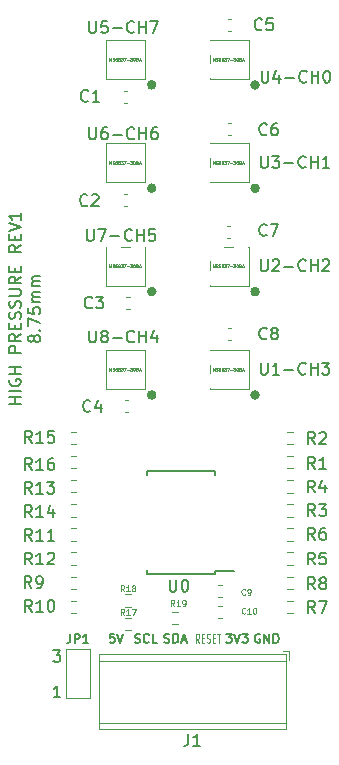
<source format=gto>
%TF.GenerationSoftware,KiCad,Pcbnew,(5.1.12)-1*%
%TF.CreationDate,2022-08-18T11:36:15-07:00*%
%TF.ProjectId,HighPressureSensorArray,48696768-5072-4657-9373-75726553656e,rev?*%
%TF.SameCoordinates,Original*%
%TF.FileFunction,Legend,Top*%
%TF.FilePolarity,Positive*%
%FSLAX46Y46*%
G04 Gerber Fmt 4.6, Leading zero omitted, Abs format (unit mm)*
G04 Created by KiCad (PCBNEW (5.1.12)-1) date 2022-08-18 11:36:15*
%MOMM*%
%LPD*%
G01*
G04 APERTURE LIST*
%ADD10C,0.150000*%
%ADD11C,0.125000*%
%ADD12C,0.120000*%
%ADD13C,0.400000*%
%ADD14C,0.050000*%
%ADD15C,0.062500*%
%ADD16R,1.750000X0.450000*%
%ADD17R,1.300000X1.300000*%
%ADD18C,2.100000*%
%ADD19R,1.500000X1.000000*%
%ADD20R,2.200000X2.200000*%
%ADD21C,2.200000*%
G04 APERTURE END LIST*
D10*
X124357142Y-89339285D02*
X124000000Y-89339285D01*
X123964285Y-89696428D01*
X124000000Y-89660714D01*
X124071428Y-89625000D01*
X124250000Y-89625000D01*
X124321428Y-89660714D01*
X124357142Y-89696428D01*
X124392857Y-89767857D01*
X124392857Y-89946428D01*
X124357142Y-90017857D01*
X124321428Y-90053571D01*
X124250000Y-90089285D01*
X124071428Y-90089285D01*
X124000000Y-90053571D01*
X123964285Y-90017857D01*
X124607142Y-89339285D02*
X124857142Y-90089285D01*
X125107142Y-89339285D01*
X126107142Y-90053571D02*
X126214285Y-90089285D01*
X126392857Y-90089285D01*
X126464285Y-90053571D01*
X126500000Y-90017857D01*
X126535714Y-89946428D01*
X126535714Y-89875000D01*
X126500000Y-89803571D01*
X126464285Y-89767857D01*
X126392857Y-89732142D01*
X126250000Y-89696428D01*
X126178571Y-89660714D01*
X126142857Y-89625000D01*
X126107142Y-89553571D01*
X126107142Y-89482142D01*
X126142857Y-89410714D01*
X126178571Y-89375000D01*
X126250000Y-89339285D01*
X126428571Y-89339285D01*
X126535714Y-89375000D01*
X127285714Y-90017857D02*
X127250000Y-90053571D01*
X127142857Y-90089285D01*
X127071428Y-90089285D01*
X126964285Y-90053571D01*
X126892857Y-89982142D01*
X126857142Y-89910714D01*
X126821428Y-89767857D01*
X126821428Y-89660714D01*
X126857142Y-89517857D01*
X126892857Y-89446428D01*
X126964285Y-89375000D01*
X127071428Y-89339285D01*
X127142857Y-89339285D01*
X127250000Y-89375000D01*
X127285714Y-89410714D01*
X127964285Y-90089285D02*
X127607142Y-90089285D01*
X127607142Y-89339285D01*
X128589285Y-90053571D02*
X128696428Y-90089285D01*
X128875000Y-90089285D01*
X128946428Y-90053571D01*
X128982142Y-90017857D01*
X129017857Y-89946428D01*
X129017857Y-89875000D01*
X128982142Y-89803571D01*
X128946428Y-89767857D01*
X128875000Y-89732142D01*
X128732142Y-89696428D01*
X128660714Y-89660714D01*
X128625000Y-89625000D01*
X128589285Y-89553571D01*
X128589285Y-89482142D01*
X128625000Y-89410714D01*
X128660714Y-89375000D01*
X128732142Y-89339285D01*
X128910714Y-89339285D01*
X129017857Y-89375000D01*
X129339285Y-90089285D02*
X129339285Y-89339285D01*
X129517857Y-89339285D01*
X129625000Y-89375000D01*
X129696428Y-89446428D01*
X129732142Y-89517857D01*
X129767857Y-89660714D01*
X129767857Y-89767857D01*
X129732142Y-89910714D01*
X129696428Y-89982142D01*
X129625000Y-90053571D01*
X129517857Y-90089285D01*
X129339285Y-90089285D01*
X130053571Y-89875000D02*
X130410714Y-89875000D01*
X129982142Y-90089285D02*
X130232142Y-89339285D01*
X130482142Y-90089285D01*
D11*
X131523809Y-90089285D02*
X131357142Y-89732142D01*
X131238095Y-90089285D02*
X131238095Y-89339285D01*
X131428571Y-89339285D01*
X131476190Y-89375000D01*
X131500000Y-89410714D01*
X131523809Y-89482142D01*
X131523809Y-89589285D01*
X131500000Y-89660714D01*
X131476190Y-89696428D01*
X131428571Y-89732142D01*
X131238095Y-89732142D01*
X131738095Y-89696428D02*
X131904761Y-89696428D01*
X131976190Y-90089285D02*
X131738095Y-90089285D01*
X131738095Y-89339285D01*
X131976190Y-89339285D01*
X132166666Y-90053571D02*
X132238095Y-90089285D01*
X132357142Y-90089285D01*
X132404761Y-90053571D01*
X132428571Y-90017857D01*
X132452380Y-89946428D01*
X132452380Y-89875000D01*
X132428571Y-89803571D01*
X132404761Y-89767857D01*
X132357142Y-89732142D01*
X132261904Y-89696428D01*
X132214285Y-89660714D01*
X132190476Y-89625000D01*
X132166666Y-89553571D01*
X132166666Y-89482142D01*
X132190476Y-89410714D01*
X132214285Y-89375000D01*
X132261904Y-89339285D01*
X132380952Y-89339285D01*
X132452380Y-89375000D01*
X132666666Y-89696428D02*
X132833333Y-89696428D01*
X132904761Y-90089285D02*
X132666666Y-90089285D01*
X132666666Y-89339285D01*
X132904761Y-89339285D01*
X133047619Y-89339285D02*
X133333333Y-89339285D01*
X133190476Y-90089285D02*
X133190476Y-89339285D01*
D10*
X133821428Y-89339285D02*
X134285714Y-89339285D01*
X134035714Y-89625000D01*
X134142857Y-89625000D01*
X134214285Y-89660714D01*
X134250000Y-89696428D01*
X134285714Y-89767857D01*
X134285714Y-89946428D01*
X134250000Y-90017857D01*
X134214285Y-90053571D01*
X134142857Y-90089285D01*
X133928571Y-90089285D01*
X133857142Y-90053571D01*
X133821428Y-90017857D01*
X134500000Y-89339285D02*
X134750000Y-90089285D01*
X135000000Y-89339285D01*
X135178571Y-89339285D02*
X135642857Y-89339285D01*
X135392857Y-89625000D01*
X135500000Y-89625000D01*
X135571428Y-89660714D01*
X135607142Y-89696428D01*
X135642857Y-89767857D01*
X135642857Y-89946428D01*
X135607142Y-90017857D01*
X135571428Y-90053571D01*
X135500000Y-90089285D01*
X135285714Y-90089285D01*
X135214285Y-90053571D01*
X135178571Y-90017857D01*
X136678571Y-89375000D02*
X136607142Y-89339285D01*
X136500000Y-89339285D01*
X136392857Y-89375000D01*
X136321428Y-89446428D01*
X136285714Y-89517857D01*
X136250000Y-89660714D01*
X136250000Y-89767857D01*
X136285714Y-89910714D01*
X136321428Y-89982142D01*
X136392857Y-90053571D01*
X136500000Y-90089285D01*
X136571428Y-90089285D01*
X136678571Y-90053571D01*
X136714285Y-90017857D01*
X136714285Y-89767857D01*
X136571428Y-89767857D01*
X137035714Y-90089285D02*
X137035714Y-89339285D01*
X137464285Y-90089285D01*
X137464285Y-89339285D01*
X137821428Y-90089285D02*
X137821428Y-89339285D01*
X138000000Y-89339285D01*
X138107142Y-89375000D01*
X138178571Y-89446428D01*
X138214285Y-89517857D01*
X138250000Y-89660714D01*
X138250000Y-89767857D01*
X138214285Y-89910714D01*
X138178571Y-89982142D01*
X138107142Y-90053571D01*
X138000000Y-90089285D01*
X137821428Y-90089285D01*
X116427380Y-69847619D02*
X115427380Y-69847619D01*
X115903571Y-69847619D02*
X115903571Y-69276190D01*
X116427380Y-69276190D02*
X115427380Y-69276190D01*
X116427380Y-68800000D02*
X115427380Y-68800000D01*
X115475000Y-67800000D02*
X115427380Y-67895238D01*
X115427380Y-68038095D01*
X115475000Y-68180952D01*
X115570238Y-68276190D01*
X115665476Y-68323809D01*
X115855952Y-68371428D01*
X115998809Y-68371428D01*
X116189285Y-68323809D01*
X116284523Y-68276190D01*
X116379761Y-68180952D01*
X116427380Y-68038095D01*
X116427380Y-67942857D01*
X116379761Y-67800000D01*
X116332142Y-67752380D01*
X115998809Y-67752380D01*
X115998809Y-67942857D01*
X116427380Y-67323809D02*
X115427380Y-67323809D01*
X115903571Y-67323809D02*
X115903571Y-66752380D01*
X116427380Y-66752380D02*
X115427380Y-66752380D01*
X116427380Y-65514285D02*
X115427380Y-65514285D01*
X115427380Y-65133333D01*
X115475000Y-65038095D01*
X115522619Y-64990476D01*
X115617857Y-64942857D01*
X115760714Y-64942857D01*
X115855952Y-64990476D01*
X115903571Y-65038095D01*
X115951190Y-65133333D01*
X115951190Y-65514285D01*
X116427380Y-63942857D02*
X115951190Y-64276190D01*
X116427380Y-64514285D02*
X115427380Y-64514285D01*
X115427380Y-64133333D01*
X115475000Y-64038095D01*
X115522619Y-63990476D01*
X115617857Y-63942857D01*
X115760714Y-63942857D01*
X115855952Y-63990476D01*
X115903571Y-64038095D01*
X115951190Y-64133333D01*
X115951190Y-64514285D01*
X115903571Y-63514285D02*
X115903571Y-63180952D01*
X116427380Y-63038095D02*
X116427380Y-63514285D01*
X115427380Y-63514285D01*
X115427380Y-63038095D01*
X116379761Y-62657142D02*
X116427380Y-62514285D01*
X116427380Y-62276190D01*
X116379761Y-62180952D01*
X116332142Y-62133333D01*
X116236904Y-62085714D01*
X116141666Y-62085714D01*
X116046428Y-62133333D01*
X115998809Y-62180952D01*
X115951190Y-62276190D01*
X115903571Y-62466666D01*
X115855952Y-62561904D01*
X115808333Y-62609523D01*
X115713095Y-62657142D01*
X115617857Y-62657142D01*
X115522619Y-62609523D01*
X115475000Y-62561904D01*
X115427380Y-62466666D01*
X115427380Y-62228571D01*
X115475000Y-62085714D01*
X116379761Y-61704761D02*
X116427380Y-61561904D01*
X116427380Y-61323809D01*
X116379761Y-61228571D01*
X116332142Y-61180952D01*
X116236904Y-61133333D01*
X116141666Y-61133333D01*
X116046428Y-61180952D01*
X115998809Y-61228571D01*
X115951190Y-61323809D01*
X115903571Y-61514285D01*
X115855952Y-61609523D01*
X115808333Y-61657142D01*
X115713095Y-61704761D01*
X115617857Y-61704761D01*
X115522619Y-61657142D01*
X115475000Y-61609523D01*
X115427380Y-61514285D01*
X115427380Y-61276190D01*
X115475000Y-61133333D01*
X115427380Y-60704761D02*
X116236904Y-60704761D01*
X116332142Y-60657142D01*
X116379761Y-60609523D01*
X116427380Y-60514285D01*
X116427380Y-60323809D01*
X116379761Y-60228571D01*
X116332142Y-60180952D01*
X116236904Y-60133333D01*
X115427380Y-60133333D01*
X116427380Y-59085714D02*
X115951190Y-59419047D01*
X116427380Y-59657142D02*
X115427380Y-59657142D01*
X115427380Y-59276190D01*
X115475000Y-59180952D01*
X115522619Y-59133333D01*
X115617857Y-59085714D01*
X115760714Y-59085714D01*
X115855952Y-59133333D01*
X115903571Y-59180952D01*
X115951190Y-59276190D01*
X115951190Y-59657142D01*
X115903571Y-58657142D02*
X115903571Y-58323809D01*
X116427380Y-58180952D02*
X116427380Y-58657142D01*
X115427380Y-58657142D01*
X115427380Y-58180952D01*
X116427380Y-56419047D02*
X115951190Y-56752380D01*
X116427380Y-56990476D02*
X115427380Y-56990476D01*
X115427380Y-56609523D01*
X115475000Y-56514285D01*
X115522619Y-56466666D01*
X115617857Y-56419047D01*
X115760714Y-56419047D01*
X115855952Y-56466666D01*
X115903571Y-56514285D01*
X115951190Y-56609523D01*
X115951190Y-56990476D01*
X115903571Y-55990476D02*
X115903571Y-55657142D01*
X116427380Y-55514285D02*
X116427380Y-55990476D01*
X115427380Y-55990476D01*
X115427380Y-55514285D01*
X115427380Y-55228571D02*
X116427380Y-54895238D01*
X115427380Y-54561904D01*
X116427380Y-53704761D02*
X116427380Y-54276190D01*
X116427380Y-53990476D02*
X115427380Y-53990476D01*
X115570238Y-54085714D01*
X115665476Y-54180952D01*
X115713095Y-54276190D01*
X117505952Y-64419047D02*
X117458333Y-64514285D01*
X117410714Y-64561904D01*
X117315476Y-64609523D01*
X117267857Y-64609523D01*
X117172619Y-64561904D01*
X117125000Y-64514285D01*
X117077380Y-64419047D01*
X117077380Y-64228571D01*
X117125000Y-64133333D01*
X117172619Y-64085714D01*
X117267857Y-64038095D01*
X117315476Y-64038095D01*
X117410714Y-64085714D01*
X117458333Y-64133333D01*
X117505952Y-64228571D01*
X117505952Y-64419047D01*
X117553571Y-64514285D01*
X117601190Y-64561904D01*
X117696428Y-64609523D01*
X117886904Y-64609523D01*
X117982142Y-64561904D01*
X118029761Y-64514285D01*
X118077380Y-64419047D01*
X118077380Y-64228571D01*
X118029761Y-64133333D01*
X117982142Y-64085714D01*
X117886904Y-64038095D01*
X117696428Y-64038095D01*
X117601190Y-64085714D01*
X117553571Y-64133333D01*
X117505952Y-64228571D01*
X117982142Y-63609523D02*
X118029761Y-63561904D01*
X118077380Y-63609523D01*
X118029761Y-63657142D01*
X117982142Y-63609523D01*
X118077380Y-63609523D01*
X117077380Y-63228571D02*
X117077380Y-62561904D01*
X118077380Y-62990476D01*
X117077380Y-61704761D02*
X117077380Y-62180952D01*
X117553571Y-62228571D01*
X117505952Y-62180952D01*
X117458333Y-62085714D01*
X117458333Y-61847619D01*
X117505952Y-61752380D01*
X117553571Y-61704761D01*
X117648809Y-61657142D01*
X117886904Y-61657142D01*
X117982142Y-61704761D01*
X118029761Y-61752380D01*
X118077380Y-61847619D01*
X118077380Y-62085714D01*
X118029761Y-62180952D01*
X117982142Y-62228571D01*
X118077380Y-61228571D02*
X117410714Y-61228571D01*
X117505952Y-61228571D02*
X117458333Y-61180952D01*
X117410714Y-61085714D01*
X117410714Y-60942857D01*
X117458333Y-60847619D01*
X117553571Y-60800000D01*
X118077380Y-60800000D01*
X117553571Y-60800000D02*
X117458333Y-60752380D01*
X117410714Y-60657142D01*
X117410714Y-60514285D01*
X117458333Y-60419047D01*
X117553571Y-60371428D01*
X118077380Y-60371428D01*
X118077380Y-59895238D02*
X117410714Y-59895238D01*
X117505952Y-59895238D02*
X117458333Y-59847619D01*
X117410714Y-59752380D01*
X117410714Y-59609523D01*
X117458333Y-59514285D01*
X117553571Y-59466666D01*
X118077380Y-59466666D01*
X117553571Y-59466666D02*
X117458333Y-59419047D01*
X117410714Y-59323809D01*
X117410714Y-59180952D01*
X117458333Y-59085714D01*
X117553571Y-59038095D01*
X118077380Y-59038095D01*
D12*
X125159420Y-43390000D02*
X125440580Y-43390000D01*
X125159420Y-44410000D02*
X125440580Y-44410000D01*
X125159420Y-53110000D02*
X125440580Y-53110000D01*
X125159420Y-52090000D02*
X125440580Y-52090000D01*
X125359420Y-60790000D02*
X125640580Y-60790000D01*
X125359420Y-61810000D02*
X125640580Y-61810000D01*
X125259420Y-70510000D02*
X125540580Y-70510000D01*
X125259420Y-69490000D02*
X125540580Y-69490000D01*
X134240580Y-38310000D02*
X133959420Y-38310000D01*
X134240580Y-37290000D02*
X133959420Y-37290000D01*
X134240580Y-46090000D02*
X133959420Y-46090000D01*
X134240580Y-47110000D02*
X133959420Y-47110000D01*
X134140580Y-54790000D02*
X133859420Y-54790000D01*
X134140580Y-55810000D02*
X133859420Y-55810000D01*
X134240580Y-64410000D02*
X133959420Y-64410000D01*
X134240580Y-63390000D02*
X133959420Y-63390000D01*
X133159420Y-86210000D02*
X133440580Y-86210000D01*
X133159420Y-85190000D02*
X133440580Y-85190000D01*
X133159420Y-86990000D02*
X133440580Y-86990000D01*
X133159420Y-88010000D02*
X133440580Y-88010000D01*
X139437258Y-75320458D02*
X138962742Y-75320458D01*
X139437258Y-74275458D02*
X138962742Y-74275458D01*
X139437258Y-72234642D02*
X138962742Y-72234642D01*
X139437258Y-73279642D02*
X138962742Y-73279642D01*
X139437258Y-78357090D02*
X138962742Y-78357090D01*
X139437258Y-79402090D02*
X138962742Y-79402090D01*
X139437258Y-77361274D02*
X138962742Y-77361274D01*
X139437258Y-76316274D02*
X138962742Y-76316274D01*
X139437258Y-83483722D02*
X138962742Y-83483722D01*
X139437258Y-82438722D02*
X138962742Y-82438722D01*
X139437258Y-80397906D02*
X138962742Y-80397906D01*
X139437258Y-81442906D02*
X138962742Y-81442906D01*
X139437258Y-86520357D02*
X138962742Y-86520357D01*
X139437258Y-87565357D02*
X138962742Y-87565357D01*
X139437258Y-85524538D02*
X138962742Y-85524538D01*
X139437258Y-84479538D02*
X138962742Y-84479538D01*
X120662742Y-85523516D02*
X121137258Y-85523516D01*
X120662742Y-84478516D02*
X121137258Y-84478516D01*
X120662742Y-87565357D02*
X121137258Y-87565357D01*
X120662742Y-86520357D02*
X121137258Y-86520357D01*
X120662742Y-81439844D02*
X121137258Y-81439844D01*
X120662742Y-80394844D02*
X121137258Y-80394844D01*
X120662742Y-82436680D02*
X121137258Y-82436680D01*
X120662742Y-83481680D02*
X121137258Y-83481680D01*
X120662742Y-77356172D02*
X121137258Y-77356172D01*
X120662742Y-76311172D02*
X121137258Y-76311172D01*
X120662742Y-78353008D02*
X121137258Y-78353008D01*
X120662742Y-79398008D02*
X121137258Y-79398008D01*
X120662742Y-73272500D02*
X121137258Y-73272500D01*
X120662742Y-72227500D02*
X121137258Y-72227500D01*
X120662742Y-74269336D02*
X121137258Y-74269336D01*
X120662742Y-75314336D02*
X121137258Y-75314336D01*
X125737258Y-87977500D02*
X125262742Y-87977500D01*
X125737258Y-89022500D02*
X125262742Y-89022500D01*
X125737258Y-87022500D02*
X125262742Y-87022500D01*
X125737258Y-85977500D02*
X125262742Y-85977500D01*
X129737258Y-88522500D02*
X129262742Y-88522500D01*
X129737258Y-87477500D02*
X129262742Y-87477500D01*
D10*
X132875000Y-84000000D02*
X134475000Y-84000000D01*
X132875000Y-75575000D02*
X127125000Y-75575000D01*
X132875000Y-84225000D02*
X127125000Y-84225000D01*
X132875000Y-75575000D02*
X132875000Y-75875000D01*
X127125000Y-75575000D02*
X127125000Y-75875000D01*
X127125000Y-84225000D02*
X127125000Y-83925000D01*
X132875000Y-84225000D02*
X132875000Y-84000000D01*
D13*
X136463000Y-69100000D02*
G75*
G03*
X136463000Y-69100000I-200000J0D01*
G01*
D14*
X132412600Y-65300400D02*
X132412600Y-68600400D01*
X132412600Y-65300400D02*
X135712600Y-65300400D01*
X132412600Y-68600400D02*
X135712600Y-68600400D01*
X135712600Y-65300400D02*
X135712600Y-68600400D01*
D13*
X136463000Y-60350000D02*
G75*
G03*
X136463000Y-60350000I-200000J0D01*
G01*
D14*
X132412600Y-56550400D02*
X132412600Y-59850400D01*
X132412600Y-56550400D02*
X135712600Y-56550400D01*
X132412600Y-59850400D02*
X135712600Y-59850400D01*
X135712600Y-56550400D02*
X135712600Y-59850400D01*
D13*
X136463000Y-51600000D02*
G75*
G03*
X136463000Y-51600000I-200000J0D01*
G01*
D14*
X132412600Y-47800400D02*
X132412600Y-51100400D01*
X132412600Y-47800400D02*
X135712600Y-47800400D01*
X132412600Y-51100400D02*
X135712600Y-51100400D01*
X135712600Y-47800400D02*
X135712600Y-51100400D01*
X135712600Y-39050400D02*
X135712600Y-42350400D01*
X132412600Y-42350400D02*
X135712600Y-42350400D01*
X132412600Y-39050400D02*
X135712600Y-39050400D01*
X132412600Y-39050400D02*
X132412600Y-42350400D01*
D13*
X136463000Y-42850000D02*
G75*
G03*
X136463000Y-42850000I-200000J0D01*
G01*
D14*
X126962600Y-39050400D02*
X126962600Y-42350400D01*
X123662600Y-42350400D02*
X126962600Y-42350400D01*
X123662600Y-39050400D02*
X126962600Y-39050400D01*
X123662600Y-39050400D02*
X123662600Y-42350400D01*
D13*
X127713000Y-42850000D02*
G75*
G03*
X127713000Y-42850000I-200000J0D01*
G01*
X127713000Y-51600000D02*
G75*
G03*
X127713000Y-51600000I-200000J0D01*
G01*
D14*
X123662600Y-47800400D02*
X123662600Y-51100400D01*
X123662600Y-47800400D02*
X126962600Y-47800400D01*
X123662600Y-51100400D02*
X126962600Y-51100400D01*
X126962600Y-47800400D02*
X126962600Y-51100400D01*
X126962600Y-56550400D02*
X126962600Y-59850400D01*
X123662600Y-59850400D02*
X126962600Y-59850400D01*
X123662600Y-56550400D02*
X126962600Y-56550400D01*
X123662600Y-56550400D02*
X123662600Y-59850400D01*
D13*
X127713000Y-60350000D02*
G75*
G03*
X127713000Y-60350000I-200000J0D01*
G01*
D14*
X126962600Y-65300400D02*
X126962600Y-68600400D01*
X123662600Y-68600400D02*
X126962600Y-68600400D01*
X123662600Y-65300400D02*
X126962600Y-65300400D01*
X123662600Y-65300400D02*
X123662600Y-68600400D01*
D13*
X127713000Y-69100000D02*
G75*
G03*
X127713000Y-69100000I-200000J0D01*
G01*
D12*
X120250000Y-94750000D02*
X120250000Y-90650000D01*
X120250000Y-90650000D02*
X122250000Y-90650000D01*
X122250000Y-90650000D02*
X122250000Y-94750000D01*
X122250000Y-94750000D02*
X120250000Y-94750000D01*
X139100000Y-90800000D02*
X138600000Y-90800000D01*
X139100000Y-91540000D02*
X139100000Y-90800000D01*
X123040000Y-97360000D02*
X123040000Y-91040000D01*
X138860000Y-97360000D02*
X138860000Y-91040000D01*
X138860000Y-91040000D02*
X123040000Y-91040000D01*
X138860000Y-97360000D02*
X123040000Y-97360000D01*
X138860000Y-96900000D02*
X123040000Y-96900000D01*
X138860000Y-91600000D02*
X123040000Y-91600000D01*
D10*
X122133333Y-44177142D02*
X122085714Y-44224761D01*
X121942857Y-44272380D01*
X121847619Y-44272380D01*
X121704761Y-44224761D01*
X121609523Y-44129523D01*
X121561904Y-44034285D01*
X121514285Y-43843809D01*
X121514285Y-43700952D01*
X121561904Y-43510476D01*
X121609523Y-43415238D01*
X121704761Y-43320000D01*
X121847619Y-43272380D01*
X121942857Y-43272380D01*
X122085714Y-43320000D01*
X122133333Y-43367619D01*
X123085714Y-44272380D02*
X122514285Y-44272380D01*
X122800000Y-44272380D02*
X122800000Y-43272380D01*
X122704761Y-43415238D01*
X122609523Y-43510476D01*
X122514285Y-43558095D01*
X122063333Y-53017142D02*
X122015714Y-53064761D01*
X121872857Y-53112380D01*
X121777619Y-53112380D01*
X121634761Y-53064761D01*
X121539523Y-52969523D01*
X121491904Y-52874285D01*
X121444285Y-52683809D01*
X121444285Y-52540952D01*
X121491904Y-52350476D01*
X121539523Y-52255238D01*
X121634761Y-52160000D01*
X121777619Y-52112380D01*
X121872857Y-52112380D01*
X122015714Y-52160000D01*
X122063333Y-52207619D01*
X122444285Y-52207619D02*
X122491904Y-52160000D01*
X122587142Y-52112380D01*
X122825238Y-52112380D01*
X122920476Y-52160000D01*
X122968095Y-52207619D01*
X123015714Y-52302857D01*
X123015714Y-52398095D01*
X122968095Y-52540952D01*
X122396666Y-53112380D01*
X123015714Y-53112380D01*
X122463333Y-61677142D02*
X122415714Y-61724761D01*
X122272857Y-61772380D01*
X122177619Y-61772380D01*
X122034761Y-61724761D01*
X121939523Y-61629523D01*
X121891904Y-61534285D01*
X121844285Y-61343809D01*
X121844285Y-61200952D01*
X121891904Y-61010476D01*
X121939523Y-60915238D01*
X122034761Y-60820000D01*
X122177619Y-60772380D01*
X122272857Y-60772380D01*
X122415714Y-60820000D01*
X122463333Y-60867619D01*
X122796666Y-60772380D02*
X123415714Y-60772380D01*
X123082380Y-61153333D01*
X123225238Y-61153333D01*
X123320476Y-61200952D01*
X123368095Y-61248571D01*
X123415714Y-61343809D01*
X123415714Y-61581904D01*
X123368095Y-61677142D01*
X123320476Y-61724761D01*
X123225238Y-61772380D01*
X122939523Y-61772380D01*
X122844285Y-61724761D01*
X122796666Y-61677142D01*
X122323333Y-70447142D02*
X122275714Y-70494761D01*
X122132857Y-70542380D01*
X122037619Y-70542380D01*
X121894761Y-70494761D01*
X121799523Y-70399523D01*
X121751904Y-70304285D01*
X121704285Y-70113809D01*
X121704285Y-69970952D01*
X121751904Y-69780476D01*
X121799523Y-69685238D01*
X121894761Y-69590000D01*
X122037619Y-69542380D01*
X122132857Y-69542380D01*
X122275714Y-69590000D01*
X122323333Y-69637619D01*
X123180476Y-69875714D02*
X123180476Y-70542380D01*
X122942380Y-69494761D02*
X122704285Y-70209047D01*
X123323333Y-70209047D01*
X136843333Y-38127142D02*
X136795714Y-38174761D01*
X136652857Y-38222380D01*
X136557619Y-38222380D01*
X136414761Y-38174761D01*
X136319523Y-38079523D01*
X136271904Y-37984285D01*
X136224285Y-37793809D01*
X136224285Y-37650952D01*
X136271904Y-37460476D01*
X136319523Y-37365238D01*
X136414761Y-37270000D01*
X136557619Y-37222380D01*
X136652857Y-37222380D01*
X136795714Y-37270000D01*
X136843333Y-37317619D01*
X137748095Y-37222380D02*
X137271904Y-37222380D01*
X137224285Y-37698571D01*
X137271904Y-37650952D01*
X137367142Y-37603333D01*
X137605238Y-37603333D01*
X137700476Y-37650952D01*
X137748095Y-37698571D01*
X137795714Y-37793809D01*
X137795714Y-38031904D01*
X137748095Y-38127142D01*
X137700476Y-38174761D01*
X137605238Y-38222380D01*
X137367142Y-38222380D01*
X137271904Y-38174761D01*
X137224285Y-38127142D01*
X137253333Y-47017142D02*
X137205714Y-47064761D01*
X137062857Y-47112380D01*
X136967619Y-47112380D01*
X136824761Y-47064761D01*
X136729523Y-46969523D01*
X136681904Y-46874285D01*
X136634285Y-46683809D01*
X136634285Y-46540952D01*
X136681904Y-46350476D01*
X136729523Y-46255238D01*
X136824761Y-46160000D01*
X136967619Y-46112380D01*
X137062857Y-46112380D01*
X137205714Y-46160000D01*
X137253333Y-46207619D01*
X138110476Y-46112380D02*
X137920000Y-46112380D01*
X137824761Y-46160000D01*
X137777142Y-46207619D01*
X137681904Y-46350476D01*
X137634285Y-46540952D01*
X137634285Y-46921904D01*
X137681904Y-47017142D01*
X137729523Y-47064761D01*
X137824761Y-47112380D01*
X138015238Y-47112380D01*
X138110476Y-47064761D01*
X138158095Y-47017142D01*
X138205714Y-46921904D01*
X138205714Y-46683809D01*
X138158095Y-46588571D01*
X138110476Y-46540952D01*
X138015238Y-46493333D01*
X137824761Y-46493333D01*
X137729523Y-46540952D01*
X137681904Y-46588571D01*
X137634285Y-46683809D01*
X137243333Y-55527142D02*
X137195714Y-55574761D01*
X137052857Y-55622380D01*
X136957619Y-55622380D01*
X136814761Y-55574761D01*
X136719523Y-55479523D01*
X136671904Y-55384285D01*
X136624285Y-55193809D01*
X136624285Y-55050952D01*
X136671904Y-54860476D01*
X136719523Y-54765238D01*
X136814761Y-54670000D01*
X136957619Y-54622380D01*
X137052857Y-54622380D01*
X137195714Y-54670000D01*
X137243333Y-54717619D01*
X137576666Y-54622380D02*
X138243333Y-54622380D01*
X137814761Y-55622380D01*
X137253333Y-64297142D02*
X137205714Y-64344761D01*
X137062857Y-64392380D01*
X136967619Y-64392380D01*
X136824761Y-64344761D01*
X136729523Y-64249523D01*
X136681904Y-64154285D01*
X136634285Y-63963809D01*
X136634285Y-63820952D01*
X136681904Y-63630476D01*
X136729523Y-63535238D01*
X136824761Y-63440000D01*
X136967619Y-63392380D01*
X137062857Y-63392380D01*
X137205714Y-63440000D01*
X137253333Y-63487619D01*
X137824761Y-63820952D02*
X137729523Y-63773333D01*
X137681904Y-63725714D01*
X137634285Y-63630476D01*
X137634285Y-63582857D01*
X137681904Y-63487619D01*
X137729523Y-63440000D01*
X137824761Y-63392380D01*
X138015238Y-63392380D01*
X138110476Y-63440000D01*
X138158095Y-63487619D01*
X138205714Y-63582857D01*
X138205714Y-63630476D01*
X138158095Y-63725714D01*
X138110476Y-63773333D01*
X138015238Y-63820952D01*
X137824761Y-63820952D01*
X137729523Y-63868571D01*
X137681904Y-63916190D01*
X137634285Y-64011428D01*
X137634285Y-64201904D01*
X137681904Y-64297142D01*
X137729523Y-64344761D01*
X137824761Y-64392380D01*
X138015238Y-64392380D01*
X138110476Y-64344761D01*
X138158095Y-64297142D01*
X138205714Y-64201904D01*
X138205714Y-64011428D01*
X138158095Y-63916190D01*
X138110476Y-63868571D01*
X138015238Y-63820952D01*
D11*
X135416666Y-85978571D02*
X135392857Y-86002380D01*
X135321428Y-86026190D01*
X135273809Y-86026190D01*
X135202380Y-86002380D01*
X135154761Y-85954761D01*
X135130952Y-85907142D01*
X135107142Y-85811904D01*
X135107142Y-85740476D01*
X135130952Y-85645238D01*
X135154761Y-85597619D01*
X135202380Y-85550000D01*
X135273809Y-85526190D01*
X135321428Y-85526190D01*
X135392857Y-85550000D01*
X135416666Y-85573809D01*
X135654761Y-86026190D02*
X135750000Y-86026190D01*
X135797619Y-86002380D01*
X135821428Y-85978571D01*
X135869047Y-85907142D01*
X135892857Y-85811904D01*
X135892857Y-85621428D01*
X135869047Y-85573809D01*
X135845238Y-85550000D01*
X135797619Y-85526190D01*
X135702380Y-85526190D01*
X135654761Y-85550000D01*
X135630952Y-85573809D01*
X135607142Y-85621428D01*
X135607142Y-85740476D01*
X135630952Y-85788095D01*
X135654761Y-85811904D01*
X135702380Y-85835714D01*
X135797619Y-85835714D01*
X135845238Y-85811904D01*
X135869047Y-85788095D01*
X135892857Y-85740476D01*
X135428571Y-87578571D02*
X135404761Y-87602380D01*
X135333333Y-87626190D01*
X135285714Y-87626190D01*
X135214285Y-87602380D01*
X135166666Y-87554761D01*
X135142857Y-87507142D01*
X135119047Y-87411904D01*
X135119047Y-87340476D01*
X135142857Y-87245238D01*
X135166666Y-87197619D01*
X135214285Y-87150000D01*
X135285714Y-87126190D01*
X135333333Y-87126190D01*
X135404761Y-87150000D01*
X135428571Y-87173809D01*
X135904761Y-87626190D02*
X135619047Y-87626190D01*
X135761904Y-87626190D02*
X135761904Y-87126190D01*
X135714285Y-87197619D01*
X135666666Y-87245238D01*
X135619047Y-87269047D01*
X136214285Y-87126190D02*
X136261904Y-87126190D01*
X136309523Y-87150000D01*
X136333333Y-87173809D01*
X136357142Y-87221428D01*
X136380952Y-87316666D01*
X136380952Y-87435714D01*
X136357142Y-87530952D01*
X136333333Y-87578571D01*
X136309523Y-87602380D01*
X136261904Y-87626190D01*
X136214285Y-87626190D01*
X136166666Y-87602380D01*
X136142857Y-87578571D01*
X136119047Y-87530952D01*
X136095238Y-87435714D01*
X136095238Y-87316666D01*
X136119047Y-87221428D01*
X136142857Y-87173809D01*
X136166666Y-87150000D01*
X136214285Y-87126190D01*
D10*
X141333333Y-75352380D02*
X141000000Y-74876190D01*
X140761904Y-75352380D02*
X140761904Y-74352380D01*
X141142857Y-74352380D01*
X141238095Y-74400000D01*
X141285714Y-74447619D01*
X141333333Y-74542857D01*
X141333333Y-74685714D01*
X141285714Y-74780952D01*
X141238095Y-74828571D01*
X141142857Y-74876190D01*
X140761904Y-74876190D01*
X142285714Y-75352380D02*
X141714285Y-75352380D01*
X142000000Y-75352380D02*
X142000000Y-74352380D01*
X141904761Y-74495238D01*
X141809523Y-74590476D01*
X141714285Y-74638095D01*
X141333333Y-73252380D02*
X141000000Y-72776190D01*
X140761904Y-73252380D02*
X140761904Y-72252380D01*
X141142857Y-72252380D01*
X141238095Y-72300000D01*
X141285714Y-72347619D01*
X141333333Y-72442857D01*
X141333333Y-72585714D01*
X141285714Y-72680952D01*
X141238095Y-72728571D01*
X141142857Y-72776190D01*
X140761904Y-72776190D01*
X141714285Y-72347619D02*
X141761904Y-72300000D01*
X141857142Y-72252380D01*
X142095238Y-72252380D01*
X142190476Y-72300000D01*
X142238095Y-72347619D01*
X142285714Y-72442857D01*
X142285714Y-72538095D01*
X142238095Y-72680952D01*
X141666666Y-73252380D01*
X142285714Y-73252380D01*
X141333333Y-79352380D02*
X141000000Y-78876190D01*
X140761904Y-79352380D02*
X140761904Y-78352380D01*
X141142857Y-78352380D01*
X141238095Y-78400000D01*
X141285714Y-78447619D01*
X141333333Y-78542857D01*
X141333333Y-78685714D01*
X141285714Y-78780952D01*
X141238095Y-78828571D01*
X141142857Y-78876190D01*
X140761904Y-78876190D01*
X141666666Y-78352380D02*
X142285714Y-78352380D01*
X141952380Y-78733333D01*
X142095238Y-78733333D01*
X142190476Y-78780952D01*
X142238095Y-78828571D01*
X142285714Y-78923809D01*
X142285714Y-79161904D01*
X142238095Y-79257142D01*
X142190476Y-79304761D01*
X142095238Y-79352380D01*
X141809523Y-79352380D01*
X141714285Y-79304761D01*
X141666666Y-79257142D01*
X141333333Y-77352380D02*
X141000000Y-76876190D01*
X140761904Y-77352380D02*
X140761904Y-76352380D01*
X141142857Y-76352380D01*
X141238095Y-76400000D01*
X141285714Y-76447619D01*
X141333333Y-76542857D01*
X141333333Y-76685714D01*
X141285714Y-76780952D01*
X141238095Y-76828571D01*
X141142857Y-76876190D01*
X140761904Y-76876190D01*
X142190476Y-76685714D02*
X142190476Y-77352380D01*
X141952380Y-76304761D02*
X141714285Y-77019047D01*
X142333333Y-77019047D01*
X141333333Y-83452380D02*
X141000000Y-82976190D01*
X140761904Y-83452380D02*
X140761904Y-82452380D01*
X141142857Y-82452380D01*
X141238095Y-82500000D01*
X141285714Y-82547619D01*
X141333333Y-82642857D01*
X141333333Y-82785714D01*
X141285714Y-82880952D01*
X141238095Y-82928571D01*
X141142857Y-82976190D01*
X140761904Y-82976190D01*
X142238095Y-82452380D02*
X141761904Y-82452380D01*
X141714285Y-82928571D01*
X141761904Y-82880952D01*
X141857142Y-82833333D01*
X142095238Y-82833333D01*
X142190476Y-82880952D01*
X142238095Y-82928571D01*
X142285714Y-83023809D01*
X142285714Y-83261904D01*
X142238095Y-83357142D01*
X142190476Y-83404761D01*
X142095238Y-83452380D01*
X141857142Y-83452380D01*
X141761904Y-83404761D01*
X141714285Y-83357142D01*
X141333333Y-81352380D02*
X141000000Y-80876190D01*
X140761904Y-81352380D02*
X140761904Y-80352380D01*
X141142857Y-80352380D01*
X141238095Y-80400000D01*
X141285714Y-80447619D01*
X141333333Y-80542857D01*
X141333333Y-80685714D01*
X141285714Y-80780952D01*
X141238095Y-80828571D01*
X141142857Y-80876190D01*
X140761904Y-80876190D01*
X142190476Y-80352380D02*
X142000000Y-80352380D01*
X141904761Y-80400000D01*
X141857142Y-80447619D01*
X141761904Y-80590476D01*
X141714285Y-80780952D01*
X141714285Y-81161904D01*
X141761904Y-81257142D01*
X141809523Y-81304761D01*
X141904761Y-81352380D01*
X142095238Y-81352380D01*
X142190476Y-81304761D01*
X142238095Y-81257142D01*
X142285714Y-81161904D01*
X142285714Y-80923809D01*
X142238095Y-80828571D01*
X142190476Y-80780952D01*
X142095238Y-80733333D01*
X141904761Y-80733333D01*
X141809523Y-80780952D01*
X141761904Y-80828571D01*
X141714285Y-80923809D01*
X141333333Y-87552380D02*
X141000000Y-87076190D01*
X140761904Y-87552380D02*
X140761904Y-86552380D01*
X141142857Y-86552380D01*
X141238095Y-86600000D01*
X141285714Y-86647619D01*
X141333333Y-86742857D01*
X141333333Y-86885714D01*
X141285714Y-86980952D01*
X141238095Y-87028571D01*
X141142857Y-87076190D01*
X140761904Y-87076190D01*
X141666666Y-86552380D02*
X142333333Y-86552380D01*
X141904761Y-87552380D01*
X141333333Y-85552380D02*
X141000000Y-85076190D01*
X140761904Y-85552380D02*
X140761904Y-84552380D01*
X141142857Y-84552380D01*
X141238095Y-84600000D01*
X141285714Y-84647619D01*
X141333333Y-84742857D01*
X141333333Y-84885714D01*
X141285714Y-84980952D01*
X141238095Y-85028571D01*
X141142857Y-85076190D01*
X140761904Y-85076190D01*
X141904761Y-84980952D02*
X141809523Y-84933333D01*
X141761904Y-84885714D01*
X141714285Y-84790476D01*
X141714285Y-84742857D01*
X141761904Y-84647619D01*
X141809523Y-84600000D01*
X141904761Y-84552380D01*
X142095238Y-84552380D01*
X142190476Y-84600000D01*
X142238095Y-84647619D01*
X142285714Y-84742857D01*
X142285714Y-84790476D01*
X142238095Y-84885714D01*
X142190476Y-84933333D01*
X142095238Y-84980952D01*
X141904761Y-84980952D01*
X141809523Y-85028571D01*
X141761904Y-85076190D01*
X141714285Y-85171428D01*
X141714285Y-85361904D01*
X141761904Y-85457142D01*
X141809523Y-85504761D01*
X141904761Y-85552380D01*
X142095238Y-85552380D01*
X142190476Y-85504761D01*
X142238095Y-85457142D01*
X142285714Y-85361904D01*
X142285714Y-85171428D01*
X142238095Y-85076190D01*
X142190476Y-85028571D01*
X142095238Y-84980952D01*
X117333333Y-85452380D02*
X117000000Y-84976190D01*
X116761904Y-85452380D02*
X116761904Y-84452380D01*
X117142857Y-84452380D01*
X117238095Y-84500000D01*
X117285714Y-84547619D01*
X117333333Y-84642857D01*
X117333333Y-84785714D01*
X117285714Y-84880952D01*
X117238095Y-84928571D01*
X117142857Y-84976190D01*
X116761904Y-84976190D01*
X117809523Y-85452380D02*
X118000000Y-85452380D01*
X118095238Y-85404761D01*
X118142857Y-85357142D01*
X118238095Y-85214285D01*
X118285714Y-85023809D01*
X118285714Y-84642857D01*
X118238095Y-84547619D01*
X118190476Y-84500000D01*
X118095238Y-84452380D01*
X117904761Y-84452380D01*
X117809523Y-84500000D01*
X117761904Y-84547619D01*
X117714285Y-84642857D01*
X117714285Y-84880952D01*
X117761904Y-84976190D01*
X117809523Y-85023809D01*
X117904761Y-85071428D01*
X118095238Y-85071428D01*
X118190476Y-85023809D01*
X118238095Y-84976190D01*
X118285714Y-84880952D01*
X117357142Y-87452380D02*
X117023809Y-86976190D01*
X116785714Y-87452380D02*
X116785714Y-86452380D01*
X117166666Y-86452380D01*
X117261904Y-86500000D01*
X117309523Y-86547619D01*
X117357142Y-86642857D01*
X117357142Y-86785714D01*
X117309523Y-86880952D01*
X117261904Y-86928571D01*
X117166666Y-86976190D01*
X116785714Y-86976190D01*
X118309523Y-87452380D02*
X117738095Y-87452380D01*
X118023809Y-87452380D02*
X118023809Y-86452380D01*
X117928571Y-86595238D01*
X117833333Y-86690476D01*
X117738095Y-86738095D01*
X118928571Y-86452380D02*
X119023809Y-86452380D01*
X119119047Y-86500000D01*
X119166666Y-86547619D01*
X119214285Y-86642857D01*
X119261904Y-86833333D01*
X119261904Y-87071428D01*
X119214285Y-87261904D01*
X119166666Y-87357142D01*
X119119047Y-87404761D01*
X119023809Y-87452380D01*
X118928571Y-87452380D01*
X118833333Y-87404761D01*
X118785714Y-87357142D01*
X118738095Y-87261904D01*
X118690476Y-87071428D01*
X118690476Y-86833333D01*
X118738095Y-86642857D01*
X118785714Y-86547619D01*
X118833333Y-86500000D01*
X118928571Y-86452380D01*
X117357142Y-81452380D02*
X117023809Y-80976190D01*
X116785714Y-81452380D02*
X116785714Y-80452380D01*
X117166666Y-80452380D01*
X117261904Y-80500000D01*
X117309523Y-80547619D01*
X117357142Y-80642857D01*
X117357142Y-80785714D01*
X117309523Y-80880952D01*
X117261904Y-80928571D01*
X117166666Y-80976190D01*
X116785714Y-80976190D01*
X118309523Y-81452380D02*
X117738095Y-81452380D01*
X118023809Y-81452380D02*
X118023809Y-80452380D01*
X117928571Y-80595238D01*
X117833333Y-80690476D01*
X117738095Y-80738095D01*
X119261904Y-81452380D02*
X118690476Y-81452380D01*
X118976190Y-81452380D02*
X118976190Y-80452380D01*
X118880952Y-80595238D01*
X118785714Y-80690476D01*
X118690476Y-80738095D01*
X117357142Y-83452380D02*
X117023809Y-82976190D01*
X116785714Y-83452380D02*
X116785714Y-82452380D01*
X117166666Y-82452380D01*
X117261904Y-82500000D01*
X117309523Y-82547619D01*
X117357142Y-82642857D01*
X117357142Y-82785714D01*
X117309523Y-82880952D01*
X117261904Y-82928571D01*
X117166666Y-82976190D01*
X116785714Y-82976190D01*
X118309523Y-83452380D02*
X117738095Y-83452380D01*
X118023809Y-83452380D02*
X118023809Y-82452380D01*
X117928571Y-82595238D01*
X117833333Y-82690476D01*
X117738095Y-82738095D01*
X118690476Y-82547619D02*
X118738095Y-82500000D01*
X118833333Y-82452380D01*
X119071428Y-82452380D01*
X119166666Y-82500000D01*
X119214285Y-82547619D01*
X119261904Y-82642857D01*
X119261904Y-82738095D01*
X119214285Y-82880952D01*
X118642857Y-83452380D01*
X119261904Y-83452380D01*
X117357142Y-77452380D02*
X117023809Y-76976190D01*
X116785714Y-77452380D02*
X116785714Y-76452380D01*
X117166666Y-76452380D01*
X117261904Y-76500000D01*
X117309523Y-76547619D01*
X117357142Y-76642857D01*
X117357142Y-76785714D01*
X117309523Y-76880952D01*
X117261904Y-76928571D01*
X117166666Y-76976190D01*
X116785714Y-76976190D01*
X118309523Y-77452380D02*
X117738095Y-77452380D01*
X118023809Y-77452380D02*
X118023809Y-76452380D01*
X117928571Y-76595238D01*
X117833333Y-76690476D01*
X117738095Y-76738095D01*
X118642857Y-76452380D02*
X119261904Y-76452380D01*
X118928571Y-76833333D01*
X119071428Y-76833333D01*
X119166666Y-76880952D01*
X119214285Y-76928571D01*
X119261904Y-77023809D01*
X119261904Y-77261904D01*
X119214285Y-77357142D01*
X119166666Y-77404761D01*
X119071428Y-77452380D01*
X118785714Y-77452380D01*
X118690476Y-77404761D01*
X118642857Y-77357142D01*
X117357142Y-79452380D02*
X117023809Y-78976190D01*
X116785714Y-79452380D02*
X116785714Y-78452380D01*
X117166666Y-78452380D01*
X117261904Y-78500000D01*
X117309523Y-78547619D01*
X117357142Y-78642857D01*
X117357142Y-78785714D01*
X117309523Y-78880952D01*
X117261904Y-78928571D01*
X117166666Y-78976190D01*
X116785714Y-78976190D01*
X118309523Y-79452380D02*
X117738095Y-79452380D01*
X118023809Y-79452380D02*
X118023809Y-78452380D01*
X117928571Y-78595238D01*
X117833333Y-78690476D01*
X117738095Y-78738095D01*
X119166666Y-78785714D02*
X119166666Y-79452380D01*
X118928571Y-78404761D02*
X118690476Y-79119047D01*
X119309523Y-79119047D01*
X117357142Y-73152380D02*
X117023809Y-72676190D01*
X116785714Y-73152380D02*
X116785714Y-72152380D01*
X117166666Y-72152380D01*
X117261904Y-72200000D01*
X117309523Y-72247619D01*
X117357142Y-72342857D01*
X117357142Y-72485714D01*
X117309523Y-72580952D01*
X117261904Y-72628571D01*
X117166666Y-72676190D01*
X116785714Y-72676190D01*
X118309523Y-73152380D02*
X117738095Y-73152380D01*
X118023809Y-73152380D02*
X118023809Y-72152380D01*
X117928571Y-72295238D01*
X117833333Y-72390476D01*
X117738095Y-72438095D01*
X119214285Y-72152380D02*
X118738095Y-72152380D01*
X118690476Y-72628571D01*
X118738095Y-72580952D01*
X118833333Y-72533333D01*
X119071428Y-72533333D01*
X119166666Y-72580952D01*
X119214285Y-72628571D01*
X119261904Y-72723809D01*
X119261904Y-72961904D01*
X119214285Y-73057142D01*
X119166666Y-73104761D01*
X119071428Y-73152380D01*
X118833333Y-73152380D01*
X118738095Y-73104761D01*
X118690476Y-73057142D01*
X117357142Y-75452380D02*
X117023809Y-74976190D01*
X116785714Y-75452380D02*
X116785714Y-74452380D01*
X117166666Y-74452380D01*
X117261904Y-74500000D01*
X117309523Y-74547619D01*
X117357142Y-74642857D01*
X117357142Y-74785714D01*
X117309523Y-74880952D01*
X117261904Y-74928571D01*
X117166666Y-74976190D01*
X116785714Y-74976190D01*
X118309523Y-75452380D02*
X117738095Y-75452380D01*
X118023809Y-75452380D02*
X118023809Y-74452380D01*
X117928571Y-74595238D01*
X117833333Y-74690476D01*
X117738095Y-74738095D01*
X119166666Y-74452380D02*
X118976190Y-74452380D01*
X118880952Y-74500000D01*
X118833333Y-74547619D01*
X118738095Y-74690476D01*
X118690476Y-74880952D01*
X118690476Y-75261904D01*
X118738095Y-75357142D01*
X118785714Y-75404761D01*
X118880952Y-75452380D01*
X119071428Y-75452380D01*
X119166666Y-75404761D01*
X119214285Y-75357142D01*
X119261904Y-75261904D01*
X119261904Y-75023809D01*
X119214285Y-74928571D01*
X119166666Y-74880952D01*
X119071428Y-74833333D01*
X118880952Y-74833333D01*
X118785714Y-74880952D01*
X118738095Y-74928571D01*
X118690476Y-75023809D01*
D11*
X125178571Y-87726190D02*
X125011904Y-87488095D01*
X124892857Y-87726190D02*
X124892857Y-87226190D01*
X125083333Y-87226190D01*
X125130952Y-87250000D01*
X125154761Y-87273809D01*
X125178571Y-87321428D01*
X125178571Y-87392857D01*
X125154761Y-87440476D01*
X125130952Y-87464285D01*
X125083333Y-87488095D01*
X124892857Y-87488095D01*
X125654761Y-87726190D02*
X125369047Y-87726190D01*
X125511904Y-87726190D02*
X125511904Y-87226190D01*
X125464285Y-87297619D01*
X125416666Y-87345238D01*
X125369047Y-87369047D01*
X125821428Y-87226190D02*
X126154761Y-87226190D01*
X125940476Y-87726190D01*
X125178571Y-85726190D02*
X125011904Y-85488095D01*
X124892857Y-85726190D02*
X124892857Y-85226190D01*
X125083333Y-85226190D01*
X125130952Y-85250000D01*
X125154761Y-85273809D01*
X125178571Y-85321428D01*
X125178571Y-85392857D01*
X125154761Y-85440476D01*
X125130952Y-85464285D01*
X125083333Y-85488095D01*
X124892857Y-85488095D01*
X125654761Y-85726190D02*
X125369047Y-85726190D01*
X125511904Y-85726190D02*
X125511904Y-85226190D01*
X125464285Y-85297619D01*
X125416666Y-85345238D01*
X125369047Y-85369047D01*
X125940476Y-85440476D02*
X125892857Y-85416666D01*
X125869047Y-85392857D01*
X125845238Y-85345238D01*
X125845238Y-85321428D01*
X125869047Y-85273809D01*
X125892857Y-85250000D01*
X125940476Y-85226190D01*
X126035714Y-85226190D01*
X126083333Y-85250000D01*
X126107142Y-85273809D01*
X126130952Y-85321428D01*
X126130952Y-85345238D01*
X126107142Y-85392857D01*
X126083333Y-85416666D01*
X126035714Y-85440476D01*
X125940476Y-85440476D01*
X125892857Y-85464285D01*
X125869047Y-85488095D01*
X125845238Y-85535714D01*
X125845238Y-85630952D01*
X125869047Y-85678571D01*
X125892857Y-85702380D01*
X125940476Y-85726190D01*
X126035714Y-85726190D01*
X126083333Y-85702380D01*
X126107142Y-85678571D01*
X126130952Y-85630952D01*
X126130952Y-85535714D01*
X126107142Y-85488095D01*
X126083333Y-85464285D01*
X126035714Y-85440476D01*
X129428571Y-86976190D02*
X129261904Y-86738095D01*
X129142857Y-86976190D02*
X129142857Y-86476190D01*
X129333333Y-86476190D01*
X129380952Y-86500000D01*
X129404761Y-86523809D01*
X129428571Y-86571428D01*
X129428571Y-86642857D01*
X129404761Y-86690476D01*
X129380952Y-86714285D01*
X129333333Y-86738095D01*
X129142857Y-86738095D01*
X129904761Y-86976190D02*
X129619047Y-86976190D01*
X129761904Y-86976190D02*
X129761904Y-86476190D01*
X129714285Y-86547619D01*
X129666666Y-86595238D01*
X129619047Y-86619047D01*
X130142857Y-86976190D02*
X130238095Y-86976190D01*
X130285714Y-86952380D01*
X130309523Y-86928571D01*
X130357142Y-86857142D01*
X130380952Y-86761904D01*
X130380952Y-86571428D01*
X130357142Y-86523809D01*
X130333333Y-86500000D01*
X130285714Y-86476190D01*
X130190476Y-86476190D01*
X130142857Y-86500000D01*
X130119047Y-86523809D01*
X130095238Y-86571428D01*
X130095238Y-86690476D01*
X130119047Y-86738095D01*
X130142857Y-86761904D01*
X130190476Y-86785714D01*
X130285714Y-86785714D01*
X130333333Y-86761904D01*
X130357142Y-86738095D01*
X130380952Y-86690476D01*
D10*
X129038095Y-84752380D02*
X129038095Y-85561904D01*
X129085714Y-85657142D01*
X129133333Y-85704761D01*
X129228571Y-85752380D01*
X129419047Y-85752380D01*
X129514285Y-85704761D01*
X129561904Y-85657142D01*
X129609523Y-85561904D01*
X129609523Y-84752380D01*
X130276190Y-84752380D02*
X130371428Y-84752380D01*
X130466666Y-84800000D01*
X130514285Y-84847619D01*
X130561904Y-84942857D01*
X130609523Y-85133333D01*
X130609523Y-85371428D01*
X130561904Y-85561904D01*
X130514285Y-85657142D01*
X130466666Y-85704761D01*
X130371428Y-85752380D01*
X130276190Y-85752380D01*
X130180952Y-85704761D01*
X130133333Y-85657142D01*
X130085714Y-85561904D01*
X130038095Y-85371428D01*
X130038095Y-85133333D01*
X130085714Y-84942857D01*
X130133333Y-84847619D01*
X130180952Y-84800000D01*
X130276190Y-84752380D01*
X136745047Y-66372380D02*
X136745047Y-67181904D01*
X136792666Y-67277142D01*
X136840285Y-67324761D01*
X136935523Y-67372380D01*
X137126000Y-67372380D01*
X137221238Y-67324761D01*
X137268857Y-67277142D01*
X137316476Y-67181904D01*
X137316476Y-66372380D01*
X138316476Y-67372380D02*
X137745047Y-67372380D01*
X138030761Y-67372380D02*
X138030761Y-66372380D01*
X137935523Y-66515238D01*
X137840285Y-66610476D01*
X137745047Y-66658095D01*
X138745047Y-66991428D02*
X139506952Y-66991428D01*
X140554571Y-67277142D02*
X140506952Y-67324761D01*
X140364095Y-67372380D01*
X140268857Y-67372380D01*
X140126000Y-67324761D01*
X140030761Y-67229523D01*
X139983142Y-67134285D01*
X139935523Y-66943809D01*
X139935523Y-66800952D01*
X139983142Y-66610476D01*
X140030761Y-66515238D01*
X140126000Y-66420000D01*
X140268857Y-66372380D01*
X140364095Y-66372380D01*
X140506952Y-66420000D01*
X140554571Y-66467619D01*
X140983142Y-67372380D02*
X140983142Y-66372380D01*
X140983142Y-66848571D02*
X141554571Y-66848571D01*
X141554571Y-67372380D02*
X141554571Y-66372380D01*
X141935523Y-66372380D02*
X142554571Y-66372380D01*
X142221238Y-66753333D01*
X142364095Y-66753333D01*
X142459333Y-66800952D01*
X142506952Y-66848571D01*
X142554571Y-66943809D01*
X142554571Y-67181904D01*
X142506952Y-67277142D01*
X142459333Y-67324761D01*
X142364095Y-67372380D01*
X142078380Y-67372380D01*
X141983142Y-67324761D01*
X141935523Y-67277142D01*
D15*
X132673428Y-67054095D02*
X132673428Y-66804095D01*
X132756761Y-66982666D01*
X132840095Y-66804095D01*
X132840095Y-67054095D01*
X132947238Y-67042190D02*
X132982952Y-67054095D01*
X133042476Y-67054095D01*
X133066285Y-67042190D01*
X133078190Y-67030285D01*
X133090095Y-67006476D01*
X133090095Y-66982666D01*
X133078190Y-66958857D01*
X133066285Y-66946952D01*
X133042476Y-66935047D01*
X132994857Y-66923142D01*
X132971047Y-66911238D01*
X132959142Y-66899333D01*
X132947238Y-66875523D01*
X132947238Y-66851714D01*
X132959142Y-66827904D01*
X132971047Y-66816000D01*
X132994857Y-66804095D01*
X133054380Y-66804095D01*
X133090095Y-66816000D01*
X133316285Y-66804095D02*
X133197238Y-66804095D01*
X133185333Y-66923142D01*
X133197238Y-66911238D01*
X133221047Y-66899333D01*
X133280571Y-66899333D01*
X133304380Y-66911238D01*
X133316285Y-66923142D01*
X133328190Y-66946952D01*
X133328190Y-67006476D01*
X133316285Y-67030285D01*
X133304380Y-67042190D01*
X133280571Y-67054095D01*
X133221047Y-67054095D01*
X133197238Y-67042190D01*
X133185333Y-67030285D01*
X133471047Y-66911238D02*
X133447238Y-66899333D01*
X133435333Y-66887428D01*
X133423428Y-66863619D01*
X133423428Y-66851714D01*
X133435333Y-66827904D01*
X133447238Y-66816000D01*
X133471047Y-66804095D01*
X133518666Y-66804095D01*
X133542476Y-66816000D01*
X133554380Y-66827904D01*
X133566285Y-66851714D01*
X133566285Y-66863619D01*
X133554380Y-66887428D01*
X133542476Y-66899333D01*
X133518666Y-66911238D01*
X133471047Y-66911238D01*
X133447238Y-66923142D01*
X133435333Y-66935047D01*
X133423428Y-66958857D01*
X133423428Y-67006476D01*
X133435333Y-67030285D01*
X133447238Y-67042190D01*
X133471047Y-67054095D01*
X133518666Y-67054095D01*
X133542476Y-67042190D01*
X133554380Y-67030285D01*
X133566285Y-67006476D01*
X133566285Y-66958857D01*
X133554380Y-66935047D01*
X133542476Y-66923142D01*
X133518666Y-66911238D01*
X133649619Y-66804095D02*
X133804380Y-66804095D01*
X133721047Y-66899333D01*
X133756761Y-66899333D01*
X133780571Y-66911238D01*
X133792476Y-66923142D01*
X133804380Y-66946952D01*
X133804380Y-67006476D01*
X133792476Y-67030285D01*
X133780571Y-67042190D01*
X133756761Y-67054095D01*
X133685333Y-67054095D01*
X133661523Y-67042190D01*
X133649619Y-67030285D01*
X133887714Y-66804095D02*
X134054380Y-66804095D01*
X133947238Y-67054095D01*
X134149619Y-66958857D02*
X134340095Y-66958857D01*
X134435333Y-66804095D02*
X134590095Y-66804095D01*
X134506761Y-66899333D01*
X134542476Y-66899333D01*
X134566285Y-66911238D01*
X134578190Y-66923142D01*
X134590095Y-66946952D01*
X134590095Y-67006476D01*
X134578190Y-67030285D01*
X134566285Y-67042190D01*
X134542476Y-67054095D01*
X134471047Y-67054095D01*
X134447238Y-67042190D01*
X134435333Y-67030285D01*
X134744857Y-66804095D02*
X134768666Y-66804095D01*
X134792476Y-66816000D01*
X134804380Y-66827904D01*
X134816285Y-66851714D01*
X134828190Y-66899333D01*
X134828190Y-66958857D01*
X134816285Y-67006476D01*
X134804380Y-67030285D01*
X134792476Y-67042190D01*
X134768666Y-67054095D01*
X134744857Y-67054095D01*
X134721047Y-67042190D01*
X134709142Y-67030285D01*
X134697238Y-67006476D01*
X134685333Y-66958857D01*
X134685333Y-66899333D01*
X134697238Y-66851714D01*
X134709142Y-66827904D01*
X134721047Y-66816000D01*
X134744857Y-66804095D01*
X135018666Y-66923142D02*
X135054380Y-66935047D01*
X135066285Y-66946952D01*
X135078190Y-66970761D01*
X135078190Y-67006476D01*
X135066285Y-67030285D01*
X135054380Y-67042190D01*
X135030571Y-67054095D01*
X134935333Y-67054095D01*
X134935333Y-66804095D01*
X135018666Y-66804095D01*
X135042476Y-66816000D01*
X135054380Y-66827904D01*
X135066285Y-66851714D01*
X135066285Y-66875523D01*
X135054380Y-66899333D01*
X135042476Y-66911238D01*
X135018666Y-66923142D01*
X134935333Y-66923142D01*
X135173428Y-66982666D02*
X135292476Y-66982666D01*
X135149619Y-67054095D02*
X135232952Y-66804095D01*
X135316285Y-67054095D01*
D10*
X136745047Y-57622380D02*
X136745047Y-58431904D01*
X136792666Y-58527142D01*
X136840285Y-58574761D01*
X136935523Y-58622380D01*
X137126000Y-58622380D01*
X137221238Y-58574761D01*
X137268857Y-58527142D01*
X137316476Y-58431904D01*
X137316476Y-57622380D01*
X137745047Y-57717619D02*
X137792666Y-57670000D01*
X137887904Y-57622380D01*
X138126000Y-57622380D01*
X138221238Y-57670000D01*
X138268857Y-57717619D01*
X138316476Y-57812857D01*
X138316476Y-57908095D01*
X138268857Y-58050952D01*
X137697428Y-58622380D01*
X138316476Y-58622380D01*
X138745047Y-58241428D02*
X139506952Y-58241428D01*
X140554571Y-58527142D02*
X140506952Y-58574761D01*
X140364095Y-58622380D01*
X140268857Y-58622380D01*
X140126000Y-58574761D01*
X140030761Y-58479523D01*
X139983142Y-58384285D01*
X139935523Y-58193809D01*
X139935523Y-58050952D01*
X139983142Y-57860476D01*
X140030761Y-57765238D01*
X140126000Y-57670000D01*
X140268857Y-57622380D01*
X140364095Y-57622380D01*
X140506952Y-57670000D01*
X140554571Y-57717619D01*
X140983142Y-58622380D02*
X140983142Y-57622380D01*
X140983142Y-58098571D02*
X141554571Y-58098571D01*
X141554571Y-58622380D02*
X141554571Y-57622380D01*
X141983142Y-57717619D02*
X142030761Y-57670000D01*
X142126000Y-57622380D01*
X142364095Y-57622380D01*
X142459333Y-57670000D01*
X142506952Y-57717619D01*
X142554571Y-57812857D01*
X142554571Y-57908095D01*
X142506952Y-58050952D01*
X141935523Y-58622380D01*
X142554571Y-58622380D01*
D15*
X132673428Y-58304095D02*
X132673428Y-58054095D01*
X132756761Y-58232666D01*
X132840095Y-58054095D01*
X132840095Y-58304095D01*
X132947238Y-58292190D02*
X132982952Y-58304095D01*
X133042476Y-58304095D01*
X133066285Y-58292190D01*
X133078190Y-58280285D01*
X133090095Y-58256476D01*
X133090095Y-58232666D01*
X133078190Y-58208857D01*
X133066285Y-58196952D01*
X133042476Y-58185047D01*
X132994857Y-58173142D01*
X132971047Y-58161238D01*
X132959142Y-58149333D01*
X132947238Y-58125523D01*
X132947238Y-58101714D01*
X132959142Y-58077904D01*
X132971047Y-58066000D01*
X132994857Y-58054095D01*
X133054380Y-58054095D01*
X133090095Y-58066000D01*
X133316285Y-58054095D02*
X133197238Y-58054095D01*
X133185333Y-58173142D01*
X133197238Y-58161238D01*
X133221047Y-58149333D01*
X133280571Y-58149333D01*
X133304380Y-58161238D01*
X133316285Y-58173142D01*
X133328190Y-58196952D01*
X133328190Y-58256476D01*
X133316285Y-58280285D01*
X133304380Y-58292190D01*
X133280571Y-58304095D01*
X133221047Y-58304095D01*
X133197238Y-58292190D01*
X133185333Y-58280285D01*
X133471047Y-58161238D02*
X133447238Y-58149333D01*
X133435333Y-58137428D01*
X133423428Y-58113619D01*
X133423428Y-58101714D01*
X133435333Y-58077904D01*
X133447238Y-58066000D01*
X133471047Y-58054095D01*
X133518666Y-58054095D01*
X133542476Y-58066000D01*
X133554380Y-58077904D01*
X133566285Y-58101714D01*
X133566285Y-58113619D01*
X133554380Y-58137428D01*
X133542476Y-58149333D01*
X133518666Y-58161238D01*
X133471047Y-58161238D01*
X133447238Y-58173142D01*
X133435333Y-58185047D01*
X133423428Y-58208857D01*
X133423428Y-58256476D01*
X133435333Y-58280285D01*
X133447238Y-58292190D01*
X133471047Y-58304095D01*
X133518666Y-58304095D01*
X133542476Y-58292190D01*
X133554380Y-58280285D01*
X133566285Y-58256476D01*
X133566285Y-58208857D01*
X133554380Y-58185047D01*
X133542476Y-58173142D01*
X133518666Y-58161238D01*
X133649619Y-58054095D02*
X133804380Y-58054095D01*
X133721047Y-58149333D01*
X133756761Y-58149333D01*
X133780571Y-58161238D01*
X133792476Y-58173142D01*
X133804380Y-58196952D01*
X133804380Y-58256476D01*
X133792476Y-58280285D01*
X133780571Y-58292190D01*
X133756761Y-58304095D01*
X133685333Y-58304095D01*
X133661523Y-58292190D01*
X133649619Y-58280285D01*
X133887714Y-58054095D02*
X134054380Y-58054095D01*
X133947238Y-58304095D01*
X134149619Y-58208857D02*
X134340095Y-58208857D01*
X134435333Y-58054095D02*
X134590095Y-58054095D01*
X134506761Y-58149333D01*
X134542476Y-58149333D01*
X134566285Y-58161238D01*
X134578190Y-58173142D01*
X134590095Y-58196952D01*
X134590095Y-58256476D01*
X134578190Y-58280285D01*
X134566285Y-58292190D01*
X134542476Y-58304095D01*
X134471047Y-58304095D01*
X134447238Y-58292190D01*
X134435333Y-58280285D01*
X134744857Y-58054095D02*
X134768666Y-58054095D01*
X134792476Y-58066000D01*
X134804380Y-58077904D01*
X134816285Y-58101714D01*
X134828190Y-58149333D01*
X134828190Y-58208857D01*
X134816285Y-58256476D01*
X134804380Y-58280285D01*
X134792476Y-58292190D01*
X134768666Y-58304095D01*
X134744857Y-58304095D01*
X134721047Y-58292190D01*
X134709142Y-58280285D01*
X134697238Y-58256476D01*
X134685333Y-58208857D01*
X134685333Y-58149333D01*
X134697238Y-58101714D01*
X134709142Y-58077904D01*
X134721047Y-58066000D01*
X134744857Y-58054095D01*
X135018666Y-58173142D02*
X135054380Y-58185047D01*
X135066285Y-58196952D01*
X135078190Y-58220761D01*
X135078190Y-58256476D01*
X135066285Y-58280285D01*
X135054380Y-58292190D01*
X135030571Y-58304095D01*
X134935333Y-58304095D01*
X134935333Y-58054095D01*
X135018666Y-58054095D01*
X135042476Y-58066000D01*
X135054380Y-58077904D01*
X135066285Y-58101714D01*
X135066285Y-58125523D01*
X135054380Y-58149333D01*
X135042476Y-58161238D01*
X135018666Y-58173142D01*
X134935333Y-58173142D01*
X135173428Y-58232666D02*
X135292476Y-58232666D01*
X135149619Y-58304095D02*
X135232952Y-58054095D01*
X135316285Y-58304095D01*
D10*
X136745047Y-48872380D02*
X136745047Y-49681904D01*
X136792666Y-49777142D01*
X136840285Y-49824761D01*
X136935523Y-49872380D01*
X137126000Y-49872380D01*
X137221238Y-49824761D01*
X137268857Y-49777142D01*
X137316476Y-49681904D01*
X137316476Y-48872380D01*
X137697428Y-48872380D02*
X138316476Y-48872380D01*
X137983142Y-49253333D01*
X138126000Y-49253333D01*
X138221238Y-49300952D01*
X138268857Y-49348571D01*
X138316476Y-49443809D01*
X138316476Y-49681904D01*
X138268857Y-49777142D01*
X138221238Y-49824761D01*
X138126000Y-49872380D01*
X137840285Y-49872380D01*
X137745047Y-49824761D01*
X137697428Y-49777142D01*
X138745047Y-49491428D02*
X139506952Y-49491428D01*
X140554571Y-49777142D02*
X140506952Y-49824761D01*
X140364095Y-49872380D01*
X140268857Y-49872380D01*
X140126000Y-49824761D01*
X140030761Y-49729523D01*
X139983142Y-49634285D01*
X139935523Y-49443809D01*
X139935523Y-49300952D01*
X139983142Y-49110476D01*
X140030761Y-49015238D01*
X140126000Y-48920000D01*
X140268857Y-48872380D01*
X140364095Y-48872380D01*
X140506952Y-48920000D01*
X140554571Y-48967619D01*
X140983142Y-49872380D02*
X140983142Y-48872380D01*
X140983142Y-49348571D02*
X141554571Y-49348571D01*
X141554571Y-49872380D02*
X141554571Y-48872380D01*
X142554571Y-49872380D02*
X141983142Y-49872380D01*
X142268857Y-49872380D02*
X142268857Y-48872380D01*
X142173619Y-49015238D01*
X142078380Y-49110476D01*
X141983142Y-49158095D01*
D15*
X132673428Y-49554095D02*
X132673428Y-49304095D01*
X132756761Y-49482666D01*
X132840095Y-49304095D01*
X132840095Y-49554095D01*
X132947238Y-49542190D02*
X132982952Y-49554095D01*
X133042476Y-49554095D01*
X133066285Y-49542190D01*
X133078190Y-49530285D01*
X133090095Y-49506476D01*
X133090095Y-49482666D01*
X133078190Y-49458857D01*
X133066285Y-49446952D01*
X133042476Y-49435047D01*
X132994857Y-49423142D01*
X132971047Y-49411238D01*
X132959142Y-49399333D01*
X132947238Y-49375523D01*
X132947238Y-49351714D01*
X132959142Y-49327904D01*
X132971047Y-49316000D01*
X132994857Y-49304095D01*
X133054380Y-49304095D01*
X133090095Y-49316000D01*
X133316285Y-49304095D02*
X133197238Y-49304095D01*
X133185333Y-49423142D01*
X133197238Y-49411238D01*
X133221047Y-49399333D01*
X133280571Y-49399333D01*
X133304380Y-49411238D01*
X133316285Y-49423142D01*
X133328190Y-49446952D01*
X133328190Y-49506476D01*
X133316285Y-49530285D01*
X133304380Y-49542190D01*
X133280571Y-49554095D01*
X133221047Y-49554095D01*
X133197238Y-49542190D01*
X133185333Y-49530285D01*
X133471047Y-49411238D02*
X133447238Y-49399333D01*
X133435333Y-49387428D01*
X133423428Y-49363619D01*
X133423428Y-49351714D01*
X133435333Y-49327904D01*
X133447238Y-49316000D01*
X133471047Y-49304095D01*
X133518666Y-49304095D01*
X133542476Y-49316000D01*
X133554380Y-49327904D01*
X133566285Y-49351714D01*
X133566285Y-49363619D01*
X133554380Y-49387428D01*
X133542476Y-49399333D01*
X133518666Y-49411238D01*
X133471047Y-49411238D01*
X133447238Y-49423142D01*
X133435333Y-49435047D01*
X133423428Y-49458857D01*
X133423428Y-49506476D01*
X133435333Y-49530285D01*
X133447238Y-49542190D01*
X133471047Y-49554095D01*
X133518666Y-49554095D01*
X133542476Y-49542190D01*
X133554380Y-49530285D01*
X133566285Y-49506476D01*
X133566285Y-49458857D01*
X133554380Y-49435047D01*
X133542476Y-49423142D01*
X133518666Y-49411238D01*
X133649619Y-49304095D02*
X133804380Y-49304095D01*
X133721047Y-49399333D01*
X133756761Y-49399333D01*
X133780571Y-49411238D01*
X133792476Y-49423142D01*
X133804380Y-49446952D01*
X133804380Y-49506476D01*
X133792476Y-49530285D01*
X133780571Y-49542190D01*
X133756761Y-49554095D01*
X133685333Y-49554095D01*
X133661523Y-49542190D01*
X133649619Y-49530285D01*
X133887714Y-49304095D02*
X134054380Y-49304095D01*
X133947238Y-49554095D01*
X134149619Y-49458857D02*
X134340095Y-49458857D01*
X134435333Y-49304095D02*
X134590095Y-49304095D01*
X134506761Y-49399333D01*
X134542476Y-49399333D01*
X134566285Y-49411238D01*
X134578190Y-49423142D01*
X134590095Y-49446952D01*
X134590095Y-49506476D01*
X134578190Y-49530285D01*
X134566285Y-49542190D01*
X134542476Y-49554095D01*
X134471047Y-49554095D01*
X134447238Y-49542190D01*
X134435333Y-49530285D01*
X134744857Y-49304095D02*
X134768666Y-49304095D01*
X134792476Y-49316000D01*
X134804380Y-49327904D01*
X134816285Y-49351714D01*
X134828190Y-49399333D01*
X134828190Y-49458857D01*
X134816285Y-49506476D01*
X134804380Y-49530285D01*
X134792476Y-49542190D01*
X134768666Y-49554095D01*
X134744857Y-49554095D01*
X134721047Y-49542190D01*
X134709142Y-49530285D01*
X134697238Y-49506476D01*
X134685333Y-49458857D01*
X134685333Y-49399333D01*
X134697238Y-49351714D01*
X134709142Y-49327904D01*
X134721047Y-49316000D01*
X134744857Y-49304095D01*
X135018666Y-49423142D02*
X135054380Y-49435047D01*
X135066285Y-49446952D01*
X135078190Y-49470761D01*
X135078190Y-49506476D01*
X135066285Y-49530285D01*
X135054380Y-49542190D01*
X135030571Y-49554095D01*
X134935333Y-49554095D01*
X134935333Y-49304095D01*
X135018666Y-49304095D01*
X135042476Y-49316000D01*
X135054380Y-49327904D01*
X135066285Y-49351714D01*
X135066285Y-49375523D01*
X135054380Y-49399333D01*
X135042476Y-49411238D01*
X135018666Y-49423142D01*
X134935333Y-49423142D01*
X135173428Y-49482666D02*
X135292476Y-49482666D01*
X135149619Y-49554095D02*
X135232952Y-49304095D01*
X135316285Y-49554095D01*
D10*
X136819047Y-41652380D02*
X136819047Y-42461904D01*
X136866666Y-42557142D01*
X136914285Y-42604761D01*
X137009523Y-42652380D01*
X137200000Y-42652380D01*
X137295238Y-42604761D01*
X137342857Y-42557142D01*
X137390476Y-42461904D01*
X137390476Y-41652380D01*
X138295238Y-41985714D02*
X138295238Y-42652380D01*
X138057142Y-41604761D02*
X137819047Y-42319047D01*
X138438095Y-42319047D01*
X138819047Y-42271428D02*
X139580952Y-42271428D01*
X140628571Y-42557142D02*
X140580952Y-42604761D01*
X140438095Y-42652380D01*
X140342857Y-42652380D01*
X140200000Y-42604761D01*
X140104761Y-42509523D01*
X140057142Y-42414285D01*
X140009523Y-42223809D01*
X140009523Y-42080952D01*
X140057142Y-41890476D01*
X140104761Y-41795238D01*
X140200000Y-41700000D01*
X140342857Y-41652380D01*
X140438095Y-41652380D01*
X140580952Y-41700000D01*
X140628571Y-41747619D01*
X141057142Y-42652380D02*
X141057142Y-41652380D01*
X141057142Y-42128571D02*
X141628571Y-42128571D01*
X141628571Y-42652380D02*
X141628571Y-41652380D01*
X142295238Y-41652380D02*
X142390476Y-41652380D01*
X142485714Y-41700000D01*
X142533333Y-41747619D01*
X142580952Y-41842857D01*
X142628571Y-42033333D01*
X142628571Y-42271428D01*
X142580952Y-42461904D01*
X142533333Y-42557142D01*
X142485714Y-42604761D01*
X142390476Y-42652380D01*
X142295238Y-42652380D01*
X142200000Y-42604761D01*
X142152380Y-42557142D01*
X142104761Y-42461904D01*
X142057142Y-42271428D01*
X142057142Y-42033333D01*
X142104761Y-41842857D01*
X142152380Y-41747619D01*
X142200000Y-41700000D01*
X142295238Y-41652380D01*
D15*
X132673428Y-40804095D02*
X132673428Y-40554095D01*
X132756761Y-40732666D01*
X132840095Y-40554095D01*
X132840095Y-40804095D01*
X132947238Y-40792190D02*
X132982952Y-40804095D01*
X133042476Y-40804095D01*
X133066285Y-40792190D01*
X133078190Y-40780285D01*
X133090095Y-40756476D01*
X133090095Y-40732666D01*
X133078190Y-40708857D01*
X133066285Y-40696952D01*
X133042476Y-40685047D01*
X132994857Y-40673142D01*
X132971047Y-40661238D01*
X132959142Y-40649333D01*
X132947238Y-40625523D01*
X132947238Y-40601714D01*
X132959142Y-40577904D01*
X132971047Y-40566000D01*
X132994857Y-40554095D01*
X133054380Y-40554095D01*
X133090095Y-40566000D01*
X133316285Y-40554095D02*
X133197238Y-40554095D01*
X133185333Y-40673142D01*
X133197238Y-40661238D01*
X133221047Y-40649333D01*
X133280571Y-40649333D01*
X133304380Y-40661238D01*
X133316285Y-40673142D01*
X133328190Y-40696952D01*
X133328190Y-40756476D01*
X133316285Y-40780285D01*
X133304380Y-40792190D01*
X133280571Y-40804095D01*
X133221047Y-40804095D01*
X133197238Y-40792190D01*
X133185333Y-40780285D01*
X133471047Y-40661238D02*
X133447238Y-40649333D01*
X133435333Y-40637428D01*
X133423428Y-40613619D01*
X133423428Y-40601714D01*
X133435333Y-40577904D01*
X133447238Y-40566000D01*
X133471047Y-40554095D01*
X133518666Y-40554095D01*
X133542476Y-40566000D01*
X133554380Y-40577904D01*
X133566285Y-40601714D01*
X133566285Y-40613619D01*
X133554380Y-40637428D01*
X133542476Y-40649333D01*
X133518666Y-40661238D01*
X133471047Y-40661238D01*
X133447238Y-40673142D01*
X133435333Y-40685047D01*
X133423428Y-40708857D01*
X133423428Y-40756476D01*
X133435333Y-40780285D01*
X133447238Y-40792190D01*
X133471047Y-40804095D01*
X133518666Y-40804095D01*
X133542476Y-40792190D01*
X133554380Y-40780285D01*
X133566285Y-40756476D01*
X133566285Y-40708857D01*
X133554380Y-40685047D01*
X133542476Y-40673142D01*
X133518666Y-40661238D01*
X133649619Y-40554095D02*
X133804380Y-40554095D01*
X133721047Y-40649333D01*
X133756761Y-40649333D01*
X133780571Y-40661238D01*
X133792476Y-40673142D01*
X133804380Y-40696952D01*
X133804380Y-40756476D01*
X133792476Y-40780285D01*
X133780571Y-40792190D01*
X133756761Y-40804095D01*
X133685333Y-40804095D01*
X133661523Y-40792190D01*
X133649619Y-40780285D01*
X133887714Y-40554095D02*
X134054380Y-40554095D01*
X133947238Y-40804095D01*
X134149619Y-40708857D02*
X134340095Y-40708857D01*
X134435333Y-40554095D02*
X134590095Y-40554095D01*
X134506761Y-40649333D01*
X134542476Y-40649333D01*
X134566285Y-40661238D01*
X134578190Y-40673142D01*
X134590095Y-40696952D01*
X134590095Y-40756476D01*
X134578190Y-40780285D01*
X134566285Y-40792190D01*
X134542476Y-40804095D01*
X134471047Y-40804095D01*
X134447238Y-40792190D01*
X134435333Y-40780285D01*
X134744857Y-40554095D02*
X134768666Y-40554095D01*
X134792476Y-40566000D01*
X134804380Y-40577904D01*
X134816285Y-40601714D01*
X134828190Y-40649333D01*
X134828190Y-40708857D01*
X134816285Y-40756476D01*
X134804380Y-40780285D01*
X134792476Y-40792190D01*
X134768666Y-40804095D01*
X134744857Y-40804095D01*
X134721047Y-40792190D01*
X134709142Y-40780285D01*
X134697238Y-40756476D01*
X134685333Y-40708857D01*
X134685333Y-40649333D01*
X134697238Y-40601714D01*
X134709142Y-40577904D01*
X134721047Y-40566000D01*
X134744857Y-40554095D01*
X135018666Y-40673142D02*
X135054380Y-40685047D01*
X135066285Y-40696952D01*
X135078190Y-40720761D01*
X135078190Y-40756476D01*
X135066285Y-40780285D01*
X135054380Y-40792190D01*
X135030571Y-40804095D01*
X134935333Y-40804095D01*
X134935333Y-40554095D01*
X135018666Y-40554095D01*
X135042476Y-40566000D01*
X135054380Y-40577904D01*
X135066285Y-40601714D01*
X135066285Y-40625523D01*
X135054380Y-40649333D01*
X135042476Y-40661238D01*
X135018666Y-40673142D01*
X134935333Y-40673142D01*
X135173428Y-40732666D02*
X135292476Y-40732666D01*
X135149619Y-40804095D02*
X135232952Y-40554095D01*
X135316285Y-40804095D01*
D10*
X122219047Y-37452380D02*
X122219047Y-38261904D01*
X122266666Y-38357142D01*
X122314285Y-38404761D01*
X122409523Y-38452380D01*
X122600000Y-38452380D01*
X122695238Y-38404761D01*
X122742857Y-38357142D01*
X122790476Y-38261904D01*
X122790476Y-37452380D01*
X123742857Y-37452380D02*
X123266666Y-37452380D01*
X123219047Y-37928571D01*
X123266666Y-37880952D01*
X123361904Y-37833333D01*
X123600000Y-37833333D01*
X123695238Y-37880952D01*
X123742857Y-37928571D01*
X123790476Y-38023809D01*
X123790476Y-38261904D01*
X123742857Y-38357142D01*
X123695238Y-38404761D01*
X123600000Y-38452380D01*
X123361904Y-38452380D01*
X123266666Y-38404761D01*
X123219047Y-38357142D01*
X124219047Y-38071428D02*
X124980952Y-38071428D01*
X126028571Y-38357142D02*
X125980952Y-38404761D01*
X125838095Y-38452380D01*
X125742857Y-38452380D01*
X125600000Y-38404761D01*
X125504761Y-38309523D01*
X125457142Y-38214285D01*
X125409523Y-38023809D01*
X125409523Y-37880952D01*
X125457142Y-37690476D01*
X125504761Y-37595238D01*
X125600000Y-37500000D01*
X125742857Y-37452380D01*
X125838095Y-37452380D01*
X125980952Y-37500000D01*
X126028571Y-37547619D01*
X126457142Y-38452380D02*
X126457142Y-37452380D01*
X126457142Y-37928571D02*
X127028571Y-37928571D01*
X127028571Y-38452380D02*
X127028571Y-37452380D01*
X127409523Y-37452380D02*
X128076190Y-37452380D01*
X127647619Y-38452380D01*
D15*
X123923428Y-40804095D02*
X123923428Y-40554095D01*
X124006761Y-40732666D01*
X124090095Y-40554095D01*
X124090095Y-40804095D01*
X124197238Y-40792190D02*
X124232952Y-40804095D01*
X124292476Y-40804095D01*
X124316285Y-40792190D01*
X124328190Y-40780285D01*
X124340095Y-40756476D01*
X124340095Y-40732666D01*
X124328190Y-40708857D01*
X124316285Y-40696952D01*
X124292476Y-40685047D01*
X124244857Y-40673142D01*
X124221047Y-40661238D01*
X124209142Y-40649333D01*
X124197238Y-40625523D01*
X124197238Y-40601714D01*
X124209142Y-40577904D01*
X124221047Y-40566000D01*
X124244857Y-40554095D01*
X124304380Y-40554095D01*
X124340095Y-40566000D01*
X124566285Y-40554095D02*
X124447238Y-40554095D01*
X124435333Y-40673142D01*
X124447238Y-40661238D01*
X124471047Y-40649333D01*
X124530571Y-40649333D01*
X124554380Y-40661238D01*
X124566285Y-40673142D01*
X124578190Y-40696952D01*
X124578190Y-40756476D01*
X124566285Y-40780285D01*
X124554380Y-40792190D01*
X124530571Y-40804095D01*
X124471047Y-40804095D01*
X124447238Y-40792190D01*
X124435333Y-40780285D01*
X124721047Y-40661238D02*
X124697238Y-40649333D01*
X124685333Y-40637428D01*
X124673428Y-40613619D01*
X124673428Y-40601714D01*
X124685333Y-40577904D01*
X124697238Y-40566000D01*
X124721047Y-40554095D01*
X124768666Y-40554095D01*
X124792476Y-40566000D01*
X124804380Y-40577904D01*
X124816285Y-40601714D01*
X124816285Y-40613619D01*
X124804380Y-40637428D01*
X124792476Y-40649333D01*
X124768666Y-40661238D01*
X124721047Y-40661238D01*
X124697238Y-40673142D01*
X124685333Y-40685047D01*
X124673428Y-40708857D01*
X124673428Y-40756476D01*
X124685333Y-40780285D01*
X124697238Y-40792190D01*
X124721047Y-40804095D01*
X124768666Y-40804095D01*
X124792476Y-40792190D01*
X124804380Y-40780285D01*
X124816285Y-40756476D01*
X124816285Y-40708857D01*
X124804380Y-40685047D01*
X124792476Y-40673142D01*
X124768666Y-40661238D01*
X124899619Y-40554095D02*
X125054380Y-40554095D01*
X124971047Y-40649333D01*
X125006761Y-40649333D01*
X125030571Y-40661238D01*
X125042476Y-40673142D01*
X125054380Y-40696952D01*
X125054380Y-40756476D01*
X125042476Y-40780285D01*
X125030571Y-40792190D01*
X125006761Y-40804095D01*
X124935333Y-40804095D01*
X124911523Y-40792190D01*
X124899619Y-40780285D01*
X125137714Y-40554095D02*
X125304380Y-40554095D01*
X125197238Y-40804095D01*
X125399619Y-40708857D02*
X125590095Y-40708857D01*
X125685333Y-40554095D02*
X125840095Y-40554095D01*
X125756761Y-40649333D01*
X125792476Y-40649333D01*
X125816285Y-40661238D01*
X125828190Y-40673142D01*
X125840095Y-40696952D01*
X125840095Y-40756476D01*
X125828190Y-40780285D01*
X125816285Y-40792190D01*
X125792476Y-40804095D01*
X125721047Y-40804095D01*
X125697238Y-40792190D01*
X125685333Y-40780285D01*
X125994857Y-40554095D02*
X126018666Y-40554095D01*
X126042476Y-40566000D01*
X126054380Y-40577904D01*
X126066285Y-40601714D01*
X126078190Y-40649333D01*
X126078190Y-40708857D01*
X126066285Y-40756476D01*
X126054380Y-40780285D01*
X126042476Y-40792190D01*
X126018666Y-40804095D01*
X125994857Y-40804095D01*
X125971047Y-40792190D01*
X125959142Y-40780285D01*
X125947238Y-40756476D01*
X125935333Y-40708857D01*
X125935333Y-40649333D01*
X125947238Y-40601714D01*
X125959142Y-40577904D01*
X125971047Y-40566000D01*
X125994857Y-40554095D01*
X126268666Y-40673142D02*
X126304380Y-40685047D01*
X126316285Y-40696952D01*
X126328190Y-40720761D01*
X126328190Y-40756476D01*
X126316285Y-40780285D01*
X126304380Y-40792190D01*
X126280571Y-40804095D01*
X126185333Y-40804095D01*
X126185333Y-40554095D01*
X126268666Y-40554095D01*
X126292476Y-40566000D01*
X126304380Y-40577904D01*
X126316285Y-40601714D01*
X126316285Y-40625523D01*
X126304380Y-40649333D01*
X126292476Y-40661238D01*
X126268666Y-40673142D01*
X126185333Y-40673142D01*
X126423428Y-40732666D02*
X126542476Y-40732666D01*
X126399619Y-40804095D02*
X126482952Y-40554095D01*
X126566285Y-40804095D01*
D10*
X122219047Y-46452380D02*
X122219047Y-47261904D01*
X122266666Y-47357142D01*
X122314285Y-47404761D01*
X122409523Y-47452380D01*
X122600000Y-47452380D01*
X122695238Y-47404761D01*
X122742857Y-47357142D01*
X122790476Y-47261904D01*
X122790476Y-46452380D01*
X123695238Y-46452380D02*
X123504761Y-46452380D01*
X123409523Y-46500000D01*
X123361904Y-46547619D01*
X123266666Y-46690476D01*
X123219047Y-46880952D01*
X123219047Y-47261904D01*
X123266666Y-47357142D01*
X123314285Y-47404761D01*
X123409523Y-47452380D01*
X123600000Y-47452380D01*
X123695238Y-47404761D01*
X123742857Y-47357142D01*
X123790476Y-47261904D01*
X123790476Y-47023809D01*
X123742857Y-46928571D01*
X123695238Y-46880952D01*
X123600000Y-46833333D01*
X123409523Y-46833333D01*
X123314285Y-46880952D01*
X123266666Y-46928571D01*
X123219047Y-47023809D01*
X124219047Y-47071428D02*
X124980952Y-47071428D01*
X126028571Y-47357142D02*
X125980952Y-47404761D01*
X125838095Y-47452380D01*
X125742857Y-47452380D01*
X125600000Y-47404761D01*
X125504761Y-47309523D01*
X125457142Y-47214285D01*
X125409523Y-47023809D01*
X125409523Y-46880952D01*
X125457142Y-46690476D01*
X125504761Y-46595238D01*
X125600000Y-46500000D01*
X125742857Y-46452380D01*
X125838095Y-46452380D01*
X125980952Y-46500000D01*
X126028571Y-46547619D01*
X126457142Y-47452380D02*
X126457142Y-46452380D01*
X126457142Y-46928571D02*
X127028571Y-46928571D01*
X127028571Y-47452380D02*
X127028571Y-46452380D01*
X127933333Y-46452380D02*
X127742857Y-46452380D01*
X127647619Y-46500000D01*
X127600000Y-46547619D01*
X127504761Y-46690476D01*
X127457142Y-46880952D01*
X127457142Y-47261904D01*
X127504761Y-47357142D01*
X127552380Y-47404761D01*
X127647619Y-47452380D01*
X127838095Y-47452380D01*
X127933333Y-47404761D01*
X127980952Y-47357142D01*
X128028571Y-47261904D01*
X128028571Y-47023809D01*
X127980952Y-46928571D01*
X127933333Y-46880952D01*
X127838095Y-46833333D01*
X127647619Y-46833333D01*
X127552380Y-46880952D01*
X127504761Y-46928571D01*
X127457142Y-47023809D01*
D15*
X123923428Y-49554095D02*
X123923428Y-49304095D01*
X124006761Y-49482666D01*
X124090095Y-49304095D01*
X124090095Y-49554095D01*
X124197238Y-49542190D02*
X124232952Y-49554095D01*
X124292476Y-49554095D01*
X124316285Y-49542190D01*
X124328190Y-49530285D01*
X124340095Y-49506476D01*
X124340095Y-49482666D01*
X124328190Y-49458857D01*
X124316285Y-49446952D01*
X124292476Y-49435047D01*
X124244857Y-49423142D01*
X124221047Y-49411238D01*
X124209142Y-49399333D01*
X124197238Y-49375523D01*
X124197238Y-49351714D01*
X124209142Y-49327904D01*
X124221047Y-49316000D01*
X124244857Y-49304095D01*
X124304380Y-49304095D01*
X124340095Y-49316000D01*
X124566285Y-49304095D02*
X124447238Y-49304095D01*
X124435333Y-49423142D01*
X124447238Y-49411238D01*
X124471047Y-49399333D01*
X124530571Y-49399333D01*
X124554380Y-49411238D01*
X124566285Y-49423142D01*
X124578190Y-49446952D01*
X124578190Y-49506476D01*
X124566285Y-49530285D01*
X124554380Y-49542190D01*
X124530571Y-49554095D01*
X124471047Y-49554095D01*
X124447238Y-49542190D01*
X124435333Y-49530285D01*
X124721047Y-49411238D02*
X124697238Y-49399333D01*
X124685333Y-49387428D01*
X124673428Y-49363619D01*
X124673428Y-49351714D01*
X124685333Y-49327904D01*
X124697238Y-49316000D01*
X124721047Y-49304095D01*
X124768666Y-49304095D01*
X124792476Y-49316000D01*
X124804380Y-49327904D01*
X124816285Y-49351714D01*
X124816285Y-49363619D01*
X124804380Y-49387428D01*
X124792476Y-49399333D01*
X124768666Y-49411238D01*
X124721047Y-49411238D01*
X124697238Y-49423142D01*
X124685333Y-49435047D01*
X124673428Y-49458857D01*
X124673428Y-49506476D01*
X124685333Y-49530285D01*
X124697238Y-49542190D01*
X124721047Y-49554095D01*
X124768666Y-49554095D01*
X124792476Y-49542190D01*
X124804380Y-49530285D01*
X124816285Y-49506476D01*
X124816285Y-49458857D01*
X124804380Y-49435047D01*
X124792476Y-49423142D01*
X124768666Y-49411238D01*
X124899619Y-49304095D02*
X125054380Y-49304095D01*
X124971047Y-49399333D01*
X125006761Y-49399333D01*
X125030571Y-49411238D01*
X125042476Y-49423142D01*
X125054380Y-49446952D01*
X125054380Y-49506476D01*
X125042476Y-49530285D01*
X125030571Y-49542190D01*
X125006761Y-49554095D01*
X124935333Y-49554095D01*
X124911523Y-49542190D01*
X124899619Y-49530285D01*
X125137714Y-49304095D02*
X125304380Y-49304095D01*
X125197238Y-49554095D01*
X125399619Y-49458857D02*
X125590095Y-49458857D01*
X125685333Y-49304095D02*
X125840095Y-49304095D01*
X125756761Y-49399333D01*
X125792476Y-49399333D01*
X125816285Y-49411238D01*
X125828190Y-49423142D01*
X125840095Y-49446952D01*
X125840095Y-49506476D01*
X125828190Y-49530285D01*
X125816285Y-49542190D01*
X125792476Y-49554095D01*
X125721047Y-49554095D01*
X125697238Y-49542190D01*
X125685333Y-49530285D01*
X125994857Y-49304095D02*
X126018666Y-49304095D01*
X126042476Y-49316000D01*
X126054380Y-49327904D01*
X126066285Y-49351714D01*
X126078190Y-49399333D01*
X126078190Y-49458857D01*
X126066285Y-49506476D01*
X126054380Y-49530285D01*
X126042476Y-49542190D01*
X126018666Y-49554095D01*
X125994857Y-49554095D01*
X125971047Y-49542190D01*
X125959142Y-49530285D01*
X125947238Y-49506476D01*
X125935333Y-49458857D01*
X125935333Y-49399333D01*
X125947238Y-49351714D01*
X125959142Y-49327904D01*
X125971047Y-49316000D01*
X125994857Y-49304095D01*
X126268666Y-49423142D02*
X126304380Y-49435047D01*
X126316285Y-49446952D01*
X126328190Y-49470761D01*
X126328190Y-49506476D01*
X126316285Y-49530285D01*
X126304380Y-49542190D01*
X126280571Y-49554095D01*
X126185333Y-49554095D01*
X126185333Y-49304095D01*
X126268666Y-49304095D01*
X126292476Y-49316000D01*
X126304380Y-49327904D01*
X126316285Y-49351714D01*
X126316285Y-49375523D01*
X126304380Y-49399333D01*
X126292476Y-49411238D01*
X126268666Y-49423142D01*
X126185333Y-49423142D01*
X126423428Y-49482666D02*
X126542476Y-49482666D01*
X126399619Y-49554095D02*
X126482952Y-49304095D01*
X126566285Y-49554095D01*
D10*
X122019047Y-55052380D02*
X122019047Y-55861904D01*
X122066666Y-55957142D01*
X122114285Y-56004761D01*
X122209523Y-56052380D01*
X122400000Y-56052380D01*
X122495238Y-56004761D01*
X122542857Y-55957142D01*
X122590476Y-55861904D01*
X122590476Y-55052380D01*
X122971428Y-55052380D02*
X123638095Y-55052380D01*
X123209523Y-56052380D01*
X124019047Y-55671428D02*
X124780952Y-55671428D01*
X125828571Y-55957142D02*
X125780952Y-56004761D01*
X125638095Y-56052380D01*
X125542857Y-56052380D01*
X125400000Y-56004761D01*
X125304761Y-55909523D01*
X125257142Y-55814285D01*
X125209523Y-55623809D01*
X125209523Y-55480952D01*
X125257142Y-55290476D01*
X125304761Y-55195238D01*
X125400000Y-55100000D01*
X125542857Y-55052380D01*
X125638095Y-55052380D01*
X125780952Y-55100000D01*
X125828571Y-55147619D01*
X126257142Y-56052380D02*
X126257142Y-55052380D01*
X126257142Y-55528571D02*
X126828571Y-55528571D01*
X126828571Y-56052380D02*
X126828571Y-55052380D01*
X127780952Y-55052380D02*
X127304761Y-55052380D01*
X127257142Y-55528571D01*
X127304761Y-55480952D01*
X127400000Y-55433333D01*
X127638095Y-55433333D01*
X127733333Y-55480952D01*
X127780952Y-55528571D01*
X127828571Y-55623809D01*
X127828571Y-55861904D01*
X127780952Y-55957142D01*
X127733333Y-56004761D01*
X127638095Y-56052380D01*
X127400000Y-56052380D01*
X127304761Y-56004761D01*
X127257142Y-55957142D01*
D15*
X123923428Y-58304095D02*
X123923428Y-58054095D01*
X124006761Y-58232666D01*
X124090095Y-58054095D01*
X124090095Y-58304095D01*
X124197238Y-58292190D02*
X124232952Y-58304095D01*
X124292476Y-58304095D01*
X124316285Y-58292190D01*
X124328190Y-58280285D01*
X124340095Y-58256476D01*
X124340095Y-58232666D01*
X124328190Y-58208857D01*
X124316285Y-58196952D01*
X124292476Y-58185047D01*
X124244857Y-58173142D01*
X124221047Y-58161238D01*
X124209142Y-58149333D01*
X124197238Y-58125523D01*
X124197238Y-58101714D01*
X124209142Y-58077904D01*
X124221047Y-58066000D01*
X124244857Y-58054095D01*
X124304380Y-58054095D01*
X124340095Y-58066000D01*
X124566285Y-58054095D02*
X124447238Y-58054095D01*
X124435333Y-58173142D01*
X124447238Y-58161238D01*
X124471047Y-58149333D01*
X124530571Y-58149333D01*
X124554380Y-58161238D01*
X124566285Y-58173142D01*
X124578190Y-58196952D01*
X124578190Y-58256476D01*
X124566285Y-58280285D01*
X124554380Y-58292190D01*
X124530571Y-58304095D01*
X124471047Y-58304095D01*
X124447238Y-58292190D01*
X124435333Y-58280285D01*
X124721047Y-58161238D02*
X124697238Y-58149333D01*
X124685333Y-58137428D01*
X124673428Y-58113619D01*
X124673428Y-58101714D01*
X124685333Y-58077904D01*
X124697238Y-58066000D01*
X124721047Y-58054095D01*
X124768666Y-58054095D01*
X124792476Y-58066000D01*
X124804380Y-58077904D01*
X124816285Y-58101714D01*
X124816285Y-58113619D01*
X124804380Y-58137428D01*
X124792476Y-58149333D01*
X124768666Y-58161238D01*
X124721047Y-58161238D01*
X124697238Y-58173142D01*
X124685333Y-58185047D01*
X124673428Y-58208857D01*
X124673428Y-58256476D01*
X124685333Y-58280285D01*
X124697238Y-58292190D01*
X124721047Y-58304095D01*
X124768666Y-58304095D01*
X124792476Y-58292190D01*
X124804380Y-58280285D01*
X124816285Y-58256476D01*
X124816285Y-58208857D01*
X124804380Y-58185047D01*
X124792476Y-58173142D01*
X124768666Y-58161238D01*
X124899619Y-58054095D02*
X125054380Y-58054095D01*
X124971047Y-58149333D01*
X125006761Y-58149333D01*
X125030571Y-58161238D01*
X125042476Y-58173142D01*
X125054380Y-58196952D01*
X125054380Y-58256476D01*
X125042476Y-58280285D01*
X125030571Y-58292190D01*
X125006761Y-58304095D01*
X124935333Y-58304095D01*
X124911523Y-58292190D01*
X124899619Y-58280285D01*
X125137714Y-58054095D02*
X125304380Y-58054095D01*
X125197238Y-58304095D01*
X125399619Y-58208857D02*
X125590095Y-58208857D01*
X125685333Y-58054095D02*
X125840095Y-58054095D01*
X125756761Y-58149333D01*
X125792476Y-58149333D01*
X125816285Y-58161238D01*
X125828190Y-58173142D01*
X125840095Y-58196952D01*
X125840095Y-58256476D01*
X125828190Y-58280285D01*
X125816285Y-58292190D01*
X125792476Y-58304095D01*
X125721047Y-58304095D01*
X125697238Y-58292190D01*
X125685333Y-58280285D01*
X125994857Y-58054095D02*
X126018666Y-58054095D01*
X126042476Y-58066000D01*
X126054380Y-58077904D01*
X126066285Y-58101714D01*
X126078190Y-58149333D01*
X126078190Y-58208857D01*
X126066285Y-58256476D01*
X126054380Y-58280285D01*
X126042476Y-58292190D01*
X126018666Y-58304095D01*
X125994857Y-58304095D01*
X125971047Y-58292190D01*
X125959142Y-58280285D01*
X125947238Y-58256476D01*
X125935333Y-58208857D01*
X125935333Y-58149333D01*
X125947238Y-58101714D01*
X125959142Y-58077904D01*
X125971047Y-58066000D01*
X125994857Y-58054095D01*
X126268666Y-58173142D02*
X126304380Y-58185047D01*
X126316285Y-58196952D01*
X126328190Y-58220761D01*
X126328190Y-58256476D01*
X126316285Y-58280285D01*
X126304380Y-58292190D01*
X126280571Y-58304095D01*
X126185333Y-58304095D01*
X126185333Y-58054095D01*
X126268666Y-58054095D01*
X126292476Y-58066000D01*
X126304380Y-58077904D01*
X126316285Y-58101714D01*
X126316285Y-58125523D01*
X126304380Y-58149333D01*
X126292476Y-58161238D01*
X126268666Y-58173142D01*
X126185333Y-58173142D01*
X126423428Y-58232666D02*
X126542476Y-58232666D01*
X126399619Y-58304095D02*
X126482952Y-58054095D01*
X126566285Y-58304095D01*
D10*
X122219047Y-63652380D02*
X122219047Y-64461904D01*
X122266666Y-64557142D01*
X122314285Y-64604761D01*
X122409523Y-64652380D01*
X122600000Y-64652380D01*
X122695238Y-64604761D01*
X122742857Y-64557142D01*
X122790476Y-64461904D01*
X122790476Y-63652380D01*
X123409523Y-64080952D02*
X123314285Y-64033333D01*
X123266666Y-63985714D01*
X123219047Y-63890476D01*
X123219047Y-63842857D01*
X123266666Y-63747619D01*
X123314285Y-63700000D01*
X123409523Y-63652380D01*
X123600000Y-63652380D01*
X123695238Y-63700000D01*
X123742857Y-63747619D01*
X123790476Y-63842857D01*
X123790476Y-63890476D01*
X123742857Y-63985714D01*
X123695238Y-64033333D01*
X123600000Y-64080952D01*
X123409523Y-64080952D01*
X123314285Y-64128571D01*
X123266666Y-64176190D01*
X123219047Y-64271428D01*
X123219047Y-64461904D01*
X123266666Y-64557142D01*
X123314285Y-64604761D01*
X123409523Y-64652380D01*
X123600000Y-64652380D01*
X123695238Y-64604761D01*
X123742857Y-64557142D01*
X123790476Y-64461904D01*
X123790476Y-64271428D01*
X123742857Y-64176190D01*
X123695238Y-64128571D01*
X123600000Y-64080952D01*
X124219047Y-64271428D02*
X124980952Y-64271428D01*
X126028571Y-64557142D02*
X125980952Y-64604761D01*
X125838095Y-64652380D01*
X125742857Y-64652380D01*
X125600000Y-64604761D01*
X125504761Y-64509523D01*
X125457142Y-64414285D01*
X125409523Y-64223809D01*
X125409523Y-64080952D01*
X125457142Y-63890476D01*
X125504761Y-63795238D01*
X125600000Y-63700000D01*
X125742857Y-63652380D01*
X125838095Y-63652380D01*
X125980952Y-63700000D01*
X126028571Y-63747619D01*
X126457142Y-64652380D02*
X126457142Y-63652380D01*
X126457142Y-64128571D02*
X127028571Y-64128571D01*
X127028571Y-64652380D02*
X127028571Y-63652380D01*
X127933333Y-63985714D02*
X127933333Y-64652380D01*
X127695238Y-63604761D02*
X127457142Y-64319047D01*
X128076190Y-64319047D01*
D15*
X123923428Y-67054095D02*
X123923428Y-66804095D01*
X124006761Y-66982666D01*
X124090095Y-66804095D01*
X124090095Y-67054095D01*
X124197238Y-67042190D02*
X124232952Y-67054095D01*
X124292476Y-67054095D01*
X124316285Y-67042190D01*
X124328190Y-67030285D01*
X124340095Y-67006476D01*
X124340095Y-66982666D01*
X124328190Y-66958857D01*
X124316285Y-66946952D01*
X124292476Y-66935047D01*
X124244857Y-66923142D01*
X124221047Y-66911238D01*
X124209142Y-66899333D01*
X124197238Y-66875523D01*
X124197238Y-66851714D01*
X124209142Y-66827904D01*
X124221047Y-66816000D01*
X124244857Y-66804095D01*
X124304380Y-66804095D01*
X124340095Y-66816000D01*
X124566285Y-66804095D02*
X124447238Y-66804095D01*
X124435333Y-66923142D01*
X124447238Y-66911238D01*
X124471047Y-66899333D01*
X124530571Y-66899333D01*
X124554380Y-66911238D01*
X124566285Y-66923142D01*
X124578190Y-66946952D01*
X124578190Y-67006476D01*
X124566285Y-67030285D01*
X124554380Y-67042190D01*
X124530571Y-67054095D01*
X124471047Y-67054095D01*
X124447238Y-67042190D01*
X124435333Y-67030285D01*
X124721047Y-66911238D02*
X124697238Y-66899333D01*
X124685333Y-66887428D01*
X124673428Y-66863619D01*
X124673428Y-66851714D01*
X124685333Y-66827904D01*
X124697238Y-66816000D01*
X124721047Y-66804095D01*
X124768666Y-66804095D01*
X124792476Y-66816000D01*
X124804380Y-66827904D01*
X124816285Y-66851714D01*
X124816285Y-66863619D01*
X124804380Y-66887428D01*
X124792476Y-66899333D01*
X124768666Y-66911238D01*
X124721047Y-66911238D01*
X124697238Y-66923142D01*
X124685333Y-66935047D01*
X124673428Y-66958857D01*
X124673428Y-67006476D01*
X124685333Y-67030285D01*
X124697238Y-67042190D01*
X124721047Y-67054095D01*
X124768666Y-67054095D01*
X124792476Y-67042190D01*
X124804380Y-67030285D01*
X124816285Y-67006476D01*
X124816285Y-66958857D01*
X124804380Y-66935047D01*
X124792476Y-66923142D01*
X124768666Y-66911238D01*
X124899619Y-66804095D02*
X125054380Y-66804095D01*
X124971047Y-66899333D01*
X125006761Y-66899333D01*
X125030571Y-66911238D01*
X125042476Y-66923142D01*
X125054380Y-66946952D01*
X125054380Y-67006476D01*
X125042476Y-67030285D01*
X125030571Y-67042190D01*
X125006761Y-67054095D01*
X124935333Y-67054095D01*
X124911523Y-67042190D01*
X124899619Y-67030285D01*
X125137714Y-66804095D02*
X125304380Y-66804095D01*
X125197238Y-67054095D01*
X125399619Y-66958857D02*
X125590095Y-66958857D01*
X125685333Y-66804095D02*
X125840095Y-66804095D01*
X125756761Y-66899333D01*
X125792476Y-66899333D01*
X125816285Y-66911238D01*
X125828190Y-66923142D01*
X125840095Y-66946952D01*
X125840095Y-67006476D01*
X125828190Y-67030285D01*
X125816285Y-67042190D01*
X125792476Y-67054095D01*
X125721047Y-67054095D01*
X125697238Y-67042190D01*
X125685333Y-67030285D01*
X125994857Y-66804095D02*
X126018666Y-66804095D01*
X126042476Y-66816000D01*
X126054380Y-66827904D01*
X126066285Y-66851714D01*
X126078190Y-66899333D01*
X126078190Y-66958857D01*
X126066285Y-67006476D01*
X126054380Y-67030285D01*
X126042476Y-67042190D01*
X126018666Y-67054095D01*
X125994857Y-67054095D01*
X125971047Y-67042190D01*
X125959142Y-67030285D01*
X125947238Y-67006476D01*
X125935333Y-66958857D01*
X125935333Y-66899333D01*
X125947238Y-66851714D01*
X125959142Y-66827904D01*
X125971047Y-66816000D01*
X125994857Y-66804095D01*
X126268666Y-66923142D02*
X126304380Y-66935047D01*
X126316285Y-66946952D01*
X126328190Y-66970761D01*
X126328190Y-67006476D01*
X126316285Y-67030285D01*
X126304380Y-67042190D01*
X126280571Y-67054095D01*
X126185333Y-67054095D01*
X126185333Y-66804095D01*
X126268666Y-66804095D01*
X126292476Y-66816000D01*
X126304380Y-66827904D01*
X126316285Y-66851714D01*
X126316285Y-66875523D01*
X126304380Y-66899333D01*
X126292476Y-66911238D01*
X126268666Y-66923142D01*
X126185333Y-66923142D01*
X126423428Y-66982666D02*
X126542476Y-66982666D01*
X126399619Y-67054095D02*
X126482952Y-66804095D01*
X126566285Y-67054095D01*
D10*
X120625000Y-89339285D02*
X120625000Y-89875000D01*
X120589285Y-89982142D01*
X120517857Y-90053571D01*
X120410714Y-90089285D01*
X120339285Y-90089285D01*
X120982142Y-90089285D02*
X120982142Y-89339285D01*
X121267857Y-89339285D01*
X121339285Y-89375000D01*
X121375000Y-89410714D01*
X121410714Y-89482142D01*
X121410714Y-89589285D01*
X121375000Y-89660714D01*
X121339285Y-89696428D01*
X121267857Y-89732142D01*
X120982142Y-89732142D01*
X122125000Y-90089285D02*
X121696428Y-90089285D01*
X121910714Y-90089285D02*
X121910714Y-89339285D01*
X121839285Y-89446428D01*
X121767857Y-89517857D01*
X121696428Y-89553571D01*
X119166666Y-90702380D02*
X119785714Y-90702380D01*
X119452380Y-91083333D01*
X119595238Y-91083333D01*
X119690476Y-91130952D01*
X119738095Y-91178571D01*
X119785714Y-91273809D01*
X119785714Y-91511904D01*
X119738095Y-91607142D01*
X119690476Y-91654761D01*
X119595238Y-91702380D01*
X119309523Y-91702380D01*
X119214285Y-91654761D01*
X119166666Y-91607142D01*
X119785714Y-94702380D02*
X119214285Y-94702380D01*
X119500000Y-94702380D02*
X119500000Y-93702380D01*
X119404761Y-93845238D01*
X119309523Y-93940476D01*
X119214285Y-93988095D01*
X130616666Y-97812380D02*
X130616666Y-98526666D01*
X130569047Y-98669523D01*
X130473809Y-98764761D01*
X130330952Y-98812380D01*
X130235714Y-98812380D01*
X131616666Y-98812380D02*
X131045238Y-98812380D01*
X131330952Y-98812380D02*
X131330952Y-97812380D01*
X131235714Y-97955238D01*
X131140476Y-98050476D01*
X131045238Y-98098095D01*
%LPC*%
G36*
G01*
X125625000Y-44150000D02*
X125625000Y-43650000D01*
G75*
G02*
X125850000Y-43425000I225000J0D01*
G01*
X126300000Y-43425000D01*
G75*
G02*
X126525000Y-43650000I0J-225000D01*
G01*
X126525000Y-44150000D01*
G75*
G02*
X126300000Y-44375000I-225000J0D01*
G01*
X125850000Y-44375000D01*
G75*
G02*
X125625000Y-44150000I0J225000D01*
G01*
G37*
G36*
G01*
X124075000Y-44150000D02*
X124075000Y-43650000D01*
G75*
G02*
X124300000Y-43425000I225000J0D01*
G01*
X124750000Y-43425000D01*
G75*
G02*
X124975000Y-43650000I0J-225000D01*
G01*
X124975000Y-44150000D01*
G75*
G02*
X124750000Y-44375000I-225000J0D01*
G01*
X124300000Y-44375000D01*
G75*
G02*
X124075000Y-44150000I0J225000D01*
G01*
G37*
G36*
G01*
X124075000Y-52850000D02*
X124075000Y-52350000D01*
G75*
G02*
X124300000Y-52125000I225000J0D01*
G01*
X124750000Y-52125000D01*
G75*
G02*
X124975000Y-52350000I0J-225000D01*
G01*
X124975000Y-52850000D01*
G75*
G02*
X124750000Y-53075000I-225000J0D01*
G01*
X124300000Y-53075000D01*
G75*
G02*
X124075000Y-52850000I0J225000D01*
G01*
G37*
G36*
G01*
X125625000Y-52850000D02*
X125625000Y-52350000D01*
G75*
G02*
X125850000Y-52125000I225000J0D01*
G01*
X126300000Y-52125000D01*
G75*
G02*
X126525000Y-52350000I0J-225000D01*
G01*
X126525000Y-52850000D01*
G75*
G02*
X126300000Y-53075000I-225000J0D01*
G01*
X125850000Y-53075000D01*
G75*
G02*
X125625000Y-52850000I0J225000D01*
G01*
G37*
G36*
G01*
X125825000Y-61550000D02*
X125825000Y-61050000D01*
G75*
G02*
X126050000Y-60825000I225000J0D01*
G01*
X126500000Y-60825000D01*
G75*
G02*
X126725000Y-61050000I0J-225000D01*
G01*
X126725000Y-61550000D01*
G75*
G02*
X126500000Y-61775000I-225000J0D01*
G01*
X126050000Y-61775000D01*
G75*
G02*
X125825000Y-61550000I0J225000D01*
G01*
G37*
G36*
G01*
X124275000Y-61550000D02*
X124275000Y-61050000D01*
G75*
G02*
X124500000Y-60825000I225000J0D01*
G01*
X124950000Y-60825000D01*
G75*
G02*
X125175000Y-61050000I0J-225000D01*
G01*
X125175000Y-61550000D01*
G75*
G02*
X124950000Y-61775000I-225000J0D01*
G01*
X124500000Y-61775000D01*
G75*
G02*
X124275000Y-61550000I0J225000D01*
G01*
G37*
G36*
G01*
X124175000Y-70250000D02*
X124175000Y-69750000D01*
G75*
G02*
X124400000Y-69525000I225000J0D01*
G01*
X124850000Y-69525000D01*
G75*
G02*
X125075000Y-69750000I0J-225000D01*
G01*
X125075000Y-70250000D01*
G75*
G02*
X124850000Y-70475000I-225000J0D01*
G01*
X124400000Y-70475000D01*
G75*
G02*
X124175000Y-70250000I0J225000D01*
G01*
G37*
G36*
G01*
X125725000Y-70250000D02*
X125725000Y-69750000D01*
G75*
G02*
X125950000Y-69525000I225000J0D01*
G01*
X126400000Y-69525000D01*
G75*
G02*
X126625000Y-69750000I0J-225000D01*
G01*
X126625000Y-70250000D01*
G75*
G02*
X126400000Y-70475000I-225000J0D01*
G01*
X125950000Y-70475000D01*
G75*
G02*
X125725000Y-70250000I0J225000D01*
G01*
G37*
G36*
G01*
X133775000Y-37550000D02*
X133775000Y-38050000D01*
G75*
G02*
X133550000Y-38275000I-225000J0D01*
G01*
X133100000Y-38275000D01*
G75*
G02*
X132875000Y-38050000I0J225000D01*
G01*
X132875000Y-37550000D01*
G75*
G02*
X133100000Y-37325000I225000J0D01*
G01*
X133550000Y-37325000D01*
G75*
G02*
X133775000Y-37550000I0J-225000D01*
G01*
G37*
G36*
G01*
X135325000Y-37550000D02*
X135325000Y-38050000D01*
G75*
G02*
X135100000Y-38275000I-225000J0D01*
G01*
X134650000Y-38275000D01*
G75*
G02*
X134425000Y-38050000I0J225000D01*
G01*
X134425000Y-37550000D01*
G75*
G02*
X134650000Y-37325000I225000J0D01*
G01*
X135100000Y-37325000D01*
G75*
G02*
X135325000Y-37550000I0J-225000D01*
G01*
G37*
G36*
G01*
X135325000Y-46350000D02*
X135325000Y-46850000D01*
G75*
G02*
X135100000Y-47075000I-225000J0D01*
G01*
X134650000Y-47075000D01*
G75*
G02*
X134425000Y-46850000I0J225000D01*
G01*
X134425000Y-46350000D01*
G75*
G02*
X134650000Y-46125000I225000J0D01*
G01*
X135100000Y-46125000D01*
G75*
G02*
X135325000Y-46350000I0J-225000D01*
G01*
G37*
G36*
G01*
X133775000Y-46350000D02*
X133775000Y-46850000D01*
G75*
G02*
X133550000Y-47075000I-225000J0D01*
G01*
X133100000Y-47075000D01*
G75*
G02*
X132875000Y-46850000I0J225000D01*
G01*
X132875000Y-46350000D01*
G75*
G02*
X133100000Y-46125000I225000J0D01*
G01*
X133550000Y-46125000D01*
G75*
G02*
X133775000Y-46350000I0J-225000D01*
G01*
G37*
G36*
G01*
X135225000Y-55050000D02*
X135225000Y-55550000D01*
G75*
G02*
X135000000Y-55775000I-225000J0D01*
G01*
X134550000Y-55775000D01*
G75*
G02*
X134325000Y-55550000I0J225000D01*
G01*
X134325000Y-55050000D01*
G75*
G02*
X134550000Y-54825000I225000J0D01*
G01*
X135000000Y-54825000D01*
G75*
G02*
X135225000Y-55050000I0J-225000D01*
G01*
G37*
G36*
G01*
X133675000Y-55050000D02*
X133675000Y-55550000D01*
G75*
G02*
X133450000Y-55775000I-225000J0D01*
G01*
X133000000Y-55775000D01*
G75*
G02*
X132775000Y-55550000I0J225000D01*
G01*
X132775000Y-55050000D01*
G75*
G02*
X133000000Y-54825000I225000J0D01*
G01*
X133450000Y-54825000D01*
G75*
G02*
X133675000Y-55050000I0J-225000D01*
G01*
G37*
G36*
G01*
X133775000Y-63650000D02*
X133775000Y-64150000D01*
G75*
G02*
X133550000Y-64375000I-225000J0D01*
G01*
X133100000Y-64375000D01*
G75*
G02*
X132875000Y-64150000I0J225000D01*
G01*
X132875000Y-63650000D01*
G75*
G02*
X133100000Y-63425000I225000J0D01*
G01*
X133550000Y-63425000D01*
G75*
G02*
X133775000Y-63650000I0J-225000D01*
G01*
G37*
G36*
G01*
X135325000Y-63650000D02*
X135325000Y-64150000D01*
G75*
G02*
X135100000Y-64375000I-225000J0D01*
G01*
X134650000Y-64375000D01*
G75*
G02*
X134425000Y-64150000I0J225000D01*
G01*
X134425000Y-63650000D01*
G75*
G02*
X134650000Y-63425000I225000J0D01*
G01*
X135100000Y-63425000D01*
G75*
G02*
X135325000Y-63650000I0J-225000D01*
G01*
G37*
G36*
G01*
X132075000Y-85950000D02*
X132075000Y-85450000D01*
G75*
G02*
X132300000Y-85225000I225000J0D01*
G01*
X132750000Y-85225000D01*
G75*
G02*
X132975000Y-85450000I0J-225000D01*
G01*
X132975000Y-85950000D01*
G75*
G02*
X132750000Y-86175000I-225000J0D01*
G01*
X132300000Y-86175000D01*
G75*
G02*
X132075000Y-85950000I0J225000D01*
G01*
G37*
G36*
G01*
X133625000Y-85950000D02*
X133625000Y-85450000D01*
G75*
G02*
X133850000Y-85225000I225000J0D01*
G01*
X134300000Y-85225000D01*
G75*
G02*
X134525000Y-85450000I0J-225000D01*
G01*
X134525000Y-85950000D01*
G75*
G02*
X134300000Y-86175000I-225000J0D01*
G01*
X133850000Y-86175000D01*
G75*
G02*
X133625000Y-85950000I0J225000D01*
G01*
G37*
G36*
G01*
X133625000Y-87750000D02*
X133625000Y-87250000D01*
G75*
G02*
X133850000Y-87025000I225000J0D01*
G01*
X134300000Y-87025000D01*
G75*
G02*
X134525000Y-87250000I0J-225000D01*
G01*
X134525000Y-87750000D01*
G75*
G02*
X134300000Y-87975000I-225000J0D01*
G01*
X133850000Y-87975000D01*
G75*
G02*
X133625000Y-87750000I0J225000D01*
G01*
G37*
G36*
G01*
X132075000Y-87750000D02*
X132075000Y-87250000D01*
G75*
G02*
X132300000Y-87025000I225000J0D01*
G01*
X132750000Y-87025000D01*
G75*
G02*
X132975000Y-87250000I0J-225000D01*
G01*
X132975000Y-87750000D01*
G75*
G02*
X132750000Y-87975000I-225000J0D01*
G01*
X132300000Y-87975000D01*
G75*
G02*
X132075000Y-87750000I0J225000D01*
G01*
G37*
G36*
G01*
X138775000Y-74522958D02*
X138775000Y-75072958D01*
G75*
G02*
X138575000Y-75272958I-200000J0D01*
G01*
X138175000Y-75272958D01*
G75*
G02*
X137975000Y-75072958I0J200000D01*
G01*
X137975000Y-74522958D01*
G75*
G02*
X138175000Y-74322958I200000J0D01*
G01*
X138575000Y-74322958D01*
G75*
G02*
X138775000Y-74522958I0J-200000D01*
G01*
G37*
G36*
G01*
X140425000Y-74522958D02*
X140425000Y-75072958D01*
G75*
G02*
X140225000Y-75272958I-200000J0D01*
G01*
X139825000Y-75272958D01*
G75*
G02*
X139625000Y-75072958I0J200000D01*
G01*
X139625000Y-74522958D01*
G75*
G02*
X139825000Y-74322958I200000J0D01*
G01*
X140225000Y-74322958D01*
G75*
G02*
X140425000Y-74522958I0J-200000D01*
G01*
G37*
G36*
G01*
X140425000Y-72482142D02*
X140425000Y-73032142D01*
G75*
G02*
X140225000Y-73232142I-200000J0D01*
G01*
X139825000Y-73232142D01*
G75*
G02*
X139625000Y-73032142I0J200000D01*
G01*
X139625000Y-72482142D01*
G75*
G02*
X139825000Y-72282142I200000J0D01*
G01*
X140225000Y-72282142D01*
G75*
G02*
X140425000Y-72482142I0J-200000D01*
G01*
G37*
G36*
G01*
X138775000Y-72482142D02*
X138775000Y-73032142D01*
G75*
G02*
X138575000Y-73232142I-200000J0D01*
G01*
X138175000Y-73232142D01*
G75*
G02*
X137975000Y-73032142I0J200000D01*
G01*
X137975000Y-72482142D01*
G75*
G02*
X138175000Y-72282142I200000J0D01*
G01*
X138575000Y-72282142D01*
G75*
G02*
X138775000Y-72482142I0J-200000D01*
G01*
G37*
G36*
G01*
X140425000Y-78604590D02*
X140425000Y-79154590D01*
G75*
G02*
X140225000Y-79354590I-200000J0D01*
G01*
X139825000Y-79354590D01*
G75*
G02*
X139625000Y-79154590I0J200000D01*
G01*
X139625000Y-78604590D01*
G75*
G02*
X139825000Y-78404590I200000J0D01*
G01*
X140225000Y-78404590D01*
G75*
G02*
X140425000Y-78604590I0J-200000D01*
G01*
G37*
G36*
G01*
X138775000Y-78604590D02*
X138775000Y-79154590D01*
G75*
G02*
X138575000Y-79354590I-200000J0D01*
G01*
X138175000Y-79354590D01*
G75*
G02*
X137975000Y-79154590I0J200000D01*
G01*
X137975000Y-78604590D01*
G75*
G02*
X138175000Y-78404590I200000J0D01*
G01*
X138575000Y-78404590D01*
G75*
G02*
X138775000Y-78604590I0J-200000D01*
G01*
G37*
G36*
G01*
X138775000Y-76563774D02*
X138775000Y-77113774D01*
G75*
G02*
X138575000Y-77313774I-200000J0D01*
G01*
X138175000Y-77313774D01*
G75*
G02*
X137975000Y-77113774I0J200000D01*
G01*
X137975000Y-76563774D01*
G75*
G02*
X138175000Y-76363774I200000J0D01*
G01*
X138575000Y-76363774D01*
G75*
G02*
X138775000Y-76563774I0J-200000D01*
G01*
G37*
G36*
G01*
X140425000Y-76563774D02*
X140425000Y-77113774D01*
G75*
G02*
X140225000Y-77313774I-200000J0D01*
G01*
X139825000Y-77313774D01*
G75*
G02*
X139625000Y-77113774I0J200000D01*
G01*
X139625000Y-76563774D01*
G75*
G02*
X139825000Y-76363774I200000J0D01*
G01*
X140225000Y-76363774D01*
G75*
G02*
X140425000Y-76563774I0J-200000D01*
G01*
G37*
G36*
G01*
X138775000Y-82686222D02*
X138775000Y-83236222D01*
G75*
G02*
X138575000Y-83436222I-200000J0D01*
G01*
X138175000Y-83436222D01*
G75*
G02*
X137975000Y-83236222I0J200000D01*
G01*
X137975000Y-82686222D01*
G75*
G02*
X138175000Y-82486222I200000J0D01*
G01*
X138575000Y-82486222D01*
G75*
G02*
X138775000Y-82686222I0J-200000D01*
G01*
G37*
G36*
G01*
X140425000Y-82686222D02*
X140425000Y-83236222D01*
G75*
G02*
X140225000Y-83436222I-200000J0D01*
G01*
X139825000Y-83436222D01*
G75*
G02*
X139625000Y-83236222I0J200000D01*
G01*
X139625000Y-82686222D01*
G75*
G02*
X139825000Y-82486222I200000J0D01*
G01*
X140225000Y-82486222D01*
G75*
G02*
X140425000Y-82686222I0J-200000D01*
G01*
G37*
G36*
G01*
X140425000Y-80645406D02*
X140425000Y-81195406D01*
G75*
G02*
X140225000Y-81395406I-200000J0D01*
G01*
X139825000Y-81395406D01*
G75*
G02*
X139625000Y-81195406I0J200000D01*
G01*
X139625000Y-80645406D01*
G75*
G02*
X139825000Y-80445406I200000J0D01*
G01*
X140225000Y-80445406D01*
G75*
G02*
X140425000Y-80645406I0J-200000D01*
G01*
G37*
G36*
G01*
X138775000Y-80645406D02*
X138775000Y-81195406D01*
G75*
G02*
X138575000Y-81395406I-200000J0D01*
G01*
X138175000Y-81395406D01*
G75*
G02*
X137975000Y-81195406I0J200000D01*
G01*
X137975000Y-80645406D01*
G75*
G02*
X138175000Y-80445406I200000J0D01*
G01*
X138575000Y-80445406D01*
G75*
G02*
X138775000Y-80645406I0J-200000D01*
G01*
G37*
G36*
G01*
X140425000Y-86767857D02*
X140425000Y-87317857D01*
G75*
G02*
X140225000Y-87517857I-200000J0D01*
G01*
X139825000Y-87517857D01*
G75*
G02*
X139625000Y-87317857I0J200000D01*
G01*
X139625000Y-86767857D01*
G75*
G02*
X139825000Y-86567857I200000J0D01*
G01*
X140225000Y-86567857D01*
G75*
G02*
X140425000Y-86767857I0J-200000D01*
G01*
G37*
G36*
G01*
X138775000Y-86767857D02*
X138775000Y-87317857D01*
G75*
G02*
X138575000Y-87517857I-200000J0D01*
G01*
X138175000Y-87517857D01*
G75*
G02*
X137975000Y-87317857I0J200000D01*
G01*
X137975000Y-86767857D01*
G75*
G02*
X138175000Y-86567857I200000J0D01*
G01*
X138575000Y-86567857D01*
G75*
G02*
X138775000Y-86767857I0J-200000D01*
G01*
G37*
G36*
G01*
X138775000Y-84727038D02*
X138775000Y-85277038D01*
G75*
G02*
X138575000Y-85477038I-200000J0D01*
G01*
X138175000Y-85477038D01*
G75*
G02*
X137975000Y-85277038I0J200000D01*
G01*
X137975000Y-84727038D01*
G75*
G02*
X138175000Y-84527038I200000J0D01*
G01*
X138575000Y-84527038D01*
G75*
G02*
X138775000Y-84727038I0J-200000D01*
G01*
G37*
G36*
G01*
X140425000Y-84727038D02*
X140425000Y-85277038D01*
G75*
G02*
X140225000Y-85477038I-200000J0D01*
G01*
X139825000Y-85477038D01*
G75*
G02*
X139625000Y-85277038I0J200000D01*
G01*
X139625000Y-84727038D01*
G75*
G02*
X139825000Y-84527038I200000J0D01*
G01*
X140225000Y-84527038D01*
G75*
G02*
X140425000Y-84727038I0J-200000D01*
G01*
G37*
G36*
G01*
X119675000Y-85276016D02*
X119675000Y-84726016D01*
G75*
G02*
X119875000Y-84526016I200000J0D01*
G01*
X120275000Y-84526016D01*
G75*
G02*
X120475000Y-84726016I0J-200000D01*
G01*
X120475000Y-85276016D01*
G75*
G02*
X120275000Y-85476016I-200000J0D01*
G01*
X119875000Y-85476016D01*
G75*
G02*
X119675000Y-85276016I0J200000D01*
G01*
G37*
G36*
G01*
X121325000Y-85276016D02*
X121325000Y-84726016D01*
G75*
G02*
X121525000Y-84526016I200000J0D01*
G01*
X121925000Y-84526016D01*
G75*
G02*
X122125000Y-84726016I0J-200000D01*
G01*
X122125000Y-85276016D01*
G75*
G02*
X121925000Y-85476016I-200000J0D01*
G01*
X121525000Y-85476016D01*
G75*
G02*
X121325000Y-85276016I0J200000D01*
G01*
G37*
G36*
G01*
X119675000Y-87317857D02*
X119675000Y-86767857D01*
G75*
G02*
X119875000Y-86567857I200000J0D01*
G01*
X120275000Y-86567857D01*
G75*
G02*
X120475000Y-86767857I0J-200000D01*
G01*
X120475000Y-87317857D01*
G75*
G02*
X120275000Y-87517857I-200000J0D01*
G01*
X119875000Y-87517857D01*
G75*
G02*
X119675000Y-87317857I0J200000D01*
G01*
G37*
G36*
G01*
X121325000Y-87317857D02*
X121325000Y-86767857D01*
G75*
G02*
X121525000Y-86567857I200000J0D01*
G01*
X121925000Y-86567857D01*
G75*
G02*
X122125000Y-86767857I0J-200000D01*
G01*
X122125000Y-87317857D01*
G75*
G02*
X121925000Y-87517857I-200000J0D01*
G01*
X121525000Y-87517857D01*
G75*
G02*
X121325000Y-87317857I0J200000D01*
G01*
G37*
G36*
G01*
X119675000Y-81192344D02*
X119675000Y-80642344D01*
G75*
G02*
X119875000Y-80442344I200000J0D01*
G01*
X120275000Y-80442344D01*
G75*
G02*
X120475000Y-80642344I0J-200000D01*
G01*
X120475000Y-81192344D01*
G75*
G02*
X120275000Y-81392344I-200000J0D01*
G01*
X119875000Y-81392344D01*
G75*
G02*
X119675000Y-81192344I0J200000D01*
G01*
G37*
G36*
G01*
X121325000Y-81192344D02*
X121325000Y-80642344D01*
G75*
G02*
X121525000Y-80442344I200000J0D01*
G01*
X121925000Y-80442344D01*
G75*
G02*
X122125000Y-80642344I0J-200000D01*
G01*
X122125000Y-81192344D01*
G75*
G02*
X121925000Y-81392344I-200000J0D01*
G01*
X121525000Y-81392344D01*
G75*
G02*
X121325000Y-81192344I0J200000D01*
G01*
G37*
G36*
G01*
X121325000Y-83234180D02*
X121325000Y-82684180D01*
G75*
G02*
X121525000Y-82484180I200000J0D01*
G01*
X121925000Y-82484180D01*
G75*
G02*
X122125000Y-82684180I0J-200000D01*
G01*
X122125000Y-83234180D01*
G75*
G02*
X121925000Y-83434180I-200000J0D01*
G01*
X121525000Y-83434180D01*
G75*
G02*
X121325000Y-83234180I0J200000D01*
G01*
G37*
G36*
G01*
X119675000Y-83234180D02*
X119675000Y-82684180D01*
G75*
G02*
X119875000Y-82484180I200000J0D01*
G01*
X120275000Y-82484180D01*
G75*
G02*
X120475000Y-82684180I0J-200000D01*
G01*
X120475000Y-83234180D01*
G75*
G02*
X120275000Y-83434180I-200000J0D01*
G01*
X119875000Y-83434180D01*
G75*
G02*
X119675000Y-83234180I0J200000D01*
G01*
G37*
G36*
G01*
X119675000Y-77108672D02*
X119675000Y-76558672D01*
G75*
G02*
X119875000Y-76358672I200000J0D01*
G01*
X120275000Y-76358672D01*
G75*
G02*
X120475000Y-76558672I0J-200000D01*
G01*
X120475000Y-77108672D01*
G75*
G02*
X120275000Y-77308672I-200000J0D01*
G01*
X119875000Y-77308672D01*
G75*
G02*
X119675000Y-77108672I0J200000D01*
G01*
G37*
G36*
G01*
X121325000Y-77108672D02*
X121325000Y-76558672D01*
G75*
G02*
X121525000Y-76358672I200000J0D01*
G01*
X121925000Y-76358672D01*
G75*
G02*
X122125000Y-76558672I0J-200000D01*
G01*
X122125000Y-77108672D01*
G75*
G02*
X121925000Y-77308672I-200000J0D01*
G01*
X121525000Y-77308672D01*
G75*
G02*
X121325000Y-77108672I0J200000D01*
G01*
G37*
G36*
G01*
X121325000Y-79150508D02*
X121325000Y-78600508D01*
G75*
G02*
X121525000Y-78400508I200000J0D01*
G01*
X121925000Y-78400508D01*
G75*
G02*
X122125000Y-78600508I0J-200000D01*
G01*
X122125000Y-79150508D01*
G75*
G02*
X121925000Y-79350508I-200000J0D01*
G01*
X121525000Y-79350508D01*
G75*
G02*
X121325000Y-79150508I0J200000D01*
G01*
G37*
G36*
G01*
X119675000Y-79150508D02*
X119675000Y-78600508D01*
G75*
G02*
X119875000Y-78400508I200000J0D01*
G01*
X120275000Y-78400508D01*
G75*
G02*
X120475000Y-78600508I0J-200000D01*
G01*
X120475000Y-79150508D01*
G75*
G02*
X120275000Y-79350508I-200000J0D01*
G01*
X119875000Y-79350508D01*
G75*
G02*
X119675000Y-79150508I0J200000D01*
G01*
G37*
G36*
G01*
X119675000Y-73025000D02*
X119675000Y-72475000D01*
G75*
G02*
X119875000Y-72275000I200000J0D01*
G01*
X120275000Y-72275000D01*
G75*
G02*
X120475000Y-72475000I0J-200000D01*
G01*
X120475000Y-73025000D01*
G75*
G02*
X120275000Y-73225000I-200000J0D01*
G01*
X119875000Y-73225000D01*
G75*
G02*
X119675000Y-73025000I0J200000D01*
G01*
G37*
G36*
G01*
X121325000Y-73025000D02*
X121325000Y-72475000D01*
G75*
G02*
X121525000Y-72275000I200000J0D01*
G01*
X121925000Y-72275000D01*
G75*
G02*
X122125000Y-72475000I0J-200000D01*
G01*
X122125000Y-73025000D01*
G75*
G02*
X121925000Y-73225000I-200000J0D01*
G01*
X121525000Y-73225000D01*
G75*
G02*
X121325000Y-73025000I0J200000D01*
G01*
G37*
G36*
G01*
X121325000Y-75066836D02*
X121325000Y-74516836D01*
G75*
G02*
X121525000Y-74316836I200000J0D01*
G01*
X121925000Y-74316836D01*
G75*
G02*
X122125000Y-74516836I0J-200000D01*
G01*
X122125000Y-75066836D01*
G75*
G02*
X121925000Y-75266836I-200000J0D01*
G01*
X121525000Y-75266836D01*
G75*
G02*
X121325000Y-75066836I0J200000D01*
G01*
G37*
G36*
G01*
X119675000Y-75066836D02*
X119675000Y-74516836D01*
G75*
G02*
X119875000Y-74316836I200000J0D01*
G01*
X120275000Y-74316836D01*
G75*
G02*
X120475000Y-74516836I0J-200000D01*
G01*
X120475000Y-75066836D01*
G75*
G02*
X120275000Y-75266836I-200000J0D01*
G01*
X119875000Y-75266836D01*
G75*
G02*
X119675000Y-75066836I0J200000D01*
G01*
G37*
G36*
G01*
X126725000Y-88225000D02*
X126725000Y-88775000D01*
G75*
G02*
X126525000Y-88975000I-200000J0D01*
G01*
X126125000Y-88975000D01*
G75*
G02*
X125925000Y-88775000I0J200000D01*
G01*
X125925000Y-88225000D01*
G75*
G02*
X126125000Y-88025000I200000J0D01*
G01*
X126525000Y-88025000D01*
G75*
G02*
X126725000Y-88225000I0J-200000D01*
G01*
G37*
G36*
G01*
X125075000Y-88225000D02*
X125075000Y-88775000D01*
G75*
G02*
X124875000Y-88975000I-200000J0D01*
G01*
X124475000Y-88975000D01*
G75*
G02*
X124275000Y-88775000I0J200000D01*
G01*
X124275000Y-88225000D01*
G75*
G02*
X124475000Y-88025000I200000J0D01*
G01*
X124875000Y-88025000D01*
G75*
G02*
X125075000Y-88225000I0J-200000D01*
G01*
G37*
G36*
G01*
X125075000Y-86225000D02*
X125075000Y-86775000D01*
G75*
G02*
X124875000Y-86975000I-200000J0D01*
G01*
X124475000Y-86975000D01*
G75*
G02*
X124275000Y-86775000I0J200000D01*
G01*
X124275000Y-86225000D01*
G75*
G02*
X124475000Y-86025000I200000J0D01*
G01*
X124875000Y-86025000D01*
G75*
G02*
X125075000Y-86225000I0J-200000D01*
G01*
G37*
G36*
G01*
X126725000Y-86225000D02*
X126725000Y-86775000D01*
G75*
G02*
X126525000Y-86975000I-200000J0D01*
G01*
X126125000Y-86975000D01*
G75*
G02*
X125925000Y-86775000I0J200000D01*
G01*
X125925000Y-86225000D01*
G75*
G02*
X126125000Y-86025000I200000J0D01*
G01*
X126525000Y-86025000D01*
G75*
G02*
X126725000Y-86225000I0J-200000D01*
G01*
G37*
G36*
G01*
X129075000Y-87725000D02*
X129075000Y-88275000D01*
G75*
G02*
X128875000Y-88475000I-200000J0D01*
G01*
X128475000Y-88475000D01*
G75*
G02*
X128275000Y-88275000I0J200000D01*
G01*
X128275000Y-87725000D01*
G75*
G02*
X128475000Y-87525000I200000J0D01*
G01*
X128875000Y-87525000D01*
G75*
G02*
X129075000Y-87725000I0J-200000D01*
G01*
G37*
G36*
G01*
X130725000Y-87725000D02*
X130725000Y-88275000D01*
G75*
G02*
X130525000Y-88475000I-200000J0D01*
G01*
X130125000Y-88475000D01*
G75*
G02*
X129925000Y-88275000I0J200000D01*
G01*
X129925000Y-87725000D01*
G75*
G02*
X130125000Y-87525000I200000J0D01*
G01*
X130525000Y-87525000D01*
G75*
G02*
X130725000Y-87725000I0J-200000D01*
G01*
G37*
D16*
X133600000Y-83475000D03*
X133600000Y-82825000D03*
X133600000Y-82175000D03*
X133600000Y-81525000D03*
X133600000Y-80875000D03*
X133600000Y-80225000D03*
X133600000Y-79575000D03*
X133600000Y-78925000D03*
X133600000Y-78275000D03*
X133600000Y-77625000D03*
X133600000Y-76975000D03*
X133600000Y-76325000D03*
X126400000Y-76325000D03*
X126400000Y-76975000D03*
X126400000Y-77625000D03*
X126400000Y-78275000D03*
X126400000Y-78925000D03*
X126400000Y-79575000D03*
X126400000Y-80225000D03*
X126400000Y-80875000D03*
X126400000Y-81525000D03*
X126400000Y-82175000D03*
X126400000Y-82825000D03*
X126400000Y-83475000D03*
D17*
X135062600Y-65950400D03*
X135062600Y-67950400D03*
X133062600Y-65950400D03*
X133062600Y-67950400D03*
X135062600Y-57200400D03*
X135062600Y-59200400D03*
X133062600Y-57200400D03*
X133062600Y-59200400D03*
X135062600Y-48450400D03*
X135062600Y-50450400D03*
X133062600Y-48450400D03*
X133062600Y-50450400D03*
X133062600Y-41700400D03*
X133062600Y-39700400D03*
X135062600Y-41700400D03*
X135062600Y-39700400D03*
X124312600Y-41700400D03*
X124312600Y-39700400D03*
X126312600Y-41700400D03*
X126312600Y-39700400D03*
X126312600Y-48450400D03*
X126312600Y-50450400D03*
X124312600Y-48450400D03*
X124312600Y-50450400D03*
X124312600Y-59200400D03*
X124312600Y-57200400D03*
X126312600Y-59200400D03*
X126312600Y-57200400D03*
X124312600Y-67950400D03*
X124312600Y-65950400D03*
X126312600Y-67950400D03*
X126312600Y-65950400D03*
D18*
X116900000Y-36400000D03*
X142000000Y-36400000D03*
X142000000Y-95400000D03*
X116900000Y-95400000D03*
D19*
X121250000Y-94000000D03*
X121250000Y-91400000D03*
X121250000Y-92700000D03*
D20*
X137300000Y-94200000D03*
D21*
X134760000Y-94200000D03*
X132220000Y-94200000D03*
X129680000Y-94200000D03*
X127140000Y-94200000D03*
X124600000Y-94200000D03*
M02*

</source>
